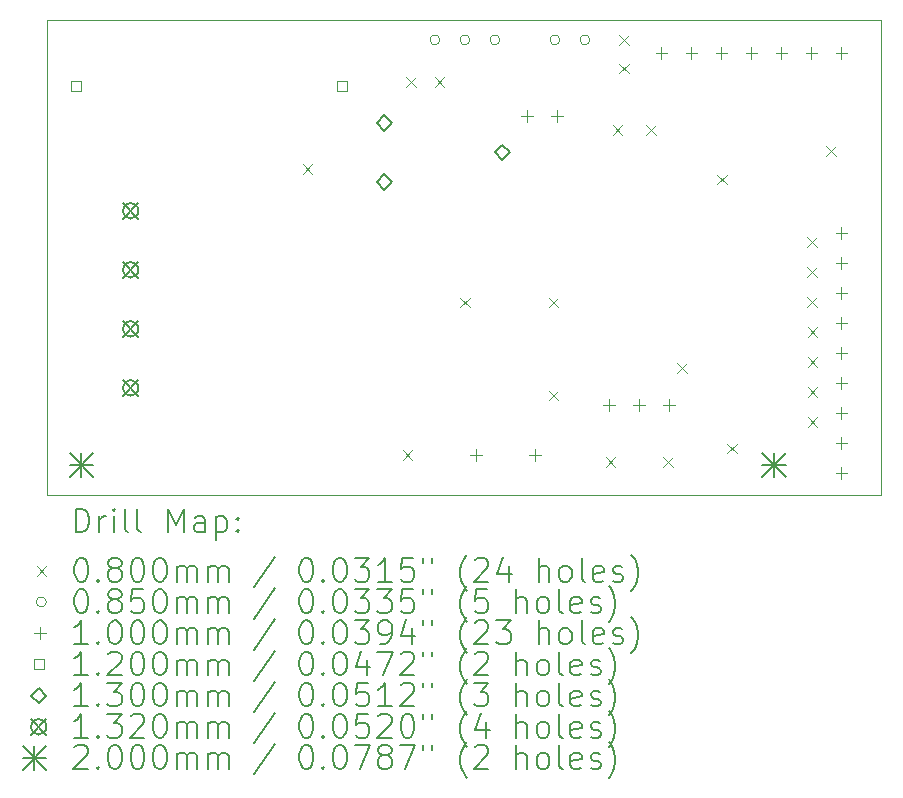
<source format=gbr>
%TF.GenerationSoftware,KiCad,Pcbnew,7.0.1*%
%TF.CreationDate,2023-03-19T11:48:03+01:00*%
%TF.ProjectId,breakout-board-power-measurement,62726561-6b6f-4757-942d-626f6172642d,rev?*%
%TF.SameCoordinates,Original*%
%TF.FileFunction,Drillmap*%
%TF.FilePolarity,Positive*%
%FSLAX45Y45*%
G04 Gerber Fmt 4.5, Leading zero omitted, Abs format (unit mm)*
G04 Created by KiCad (PCBNEW 7.0.1) date 2023-03-19 11:48:03*
%MOMM*%
%LPD*%
G01*
G04 APERTURE LIST*
%ADD10C,0.100000*%
%ADD11C,0.200000*%
%ADD12C,0.080000*%
%ADD13C,0.085000*%
%ADD14C,0.120000*%
%ADD15C,0.130000*%
%ADD16C,0.132000*%
G04 APERTURE END LIST*
D10*
X11840000Y-11260000D02*
X18900000Y-11260000D01*
X18900000Y-15280000D01*
X11840000Y-15280000D01*
X11840000Y-11260000D01*
D11*
D12*
X14006200Y-12482200D02*
X14086200Y-12562200D01*
X14086200Y-12482200D02*
X14006200Y-12562200D01*
X14855000Y-14905000D02*
X14935000Y-14985000D01*
X14935000Y-14905000D02*
X14855000Y-14985000D01*
X14882500Y-11745000D02*
X14962500Y-11825000D01*
X14962500Y-11745000D02*
X14882500Y-11825000D01*
X15122500Y-11745000D02*
X15202500Y-11825000D01*
X15202500Y-11745000D02*
X15122500Y-11825000D01*
X15339700Y-13612500D02*
X15419700Y-13692500D01*
X15419700Y-13612500D02*
X15339700Y-13692500D01*
X16087500Y-13612500D02*
X16167500Y-13692500D01*
X16167500Y-13612500D02*
X16087500Y-13692500D01*
X16089000Y-14402440D02*
X16169000Y-14482440D01*
X16169000Y-14402440D02*
X16089000Y-14482440D01*
X16571600Y-14962570D02*
X16651600Y-15042570D01*
X16651600Y-14962570D02*
X16571600Y-15042570D01*
X16632500Y-12152500D02*
X16712500Y-12232500D01*
X16712500Y-12152500D02*
X16632500Y-12232500D01*
X16685900Y-11390000D02*
X16765900Y-11470000D01*
X16765900Y-11390000D02*
X16685900Y-11470000D01*
X16685900Y-11631300D02*
X16765900Y-11711300D01*
X16765900Y-11631300D02*
X16685900Y-11711300D01*
X16914500Y-12152500D02*
X16994500Y-12232500D01*
X16994500Y-12152500D02*
X16914500Y-12232500D01*
X17059600Y-14962570D02*
X17139600Y-15042570D01*
X17139600Y-14962570D02*
X17059600Y-15042570D01*
X17178660Y-14168760D02*
X17258660Y-14248760D01*
X17258660Y-14168760D02*
X17178660Y-14248760D01*
X17516480Y-12573640D02*
X17596480Y-12653640D01*
X17596480Y-12573640D02*
X17516480Y-12653640D01*
X17600300Y-14849480D02*
X17680300Y-14929480D01*
X17680300Y-14849480D02*
X17600300Y-14929480D01*
X18278480Y-13099420D02*
X18358480Y-13179420D01*
X18358480Y-13099420D02*
X18278480Y-13179420D01*
X18278480Y-13353420D02*
X18358480Y-13433420D01*
X18358480Y-13353420D02*
X18278480Y-13433420D01*
X18278480Y-13609960D02*
X18358480Y-13689960D01*
X18358480Y-13609960D02*
X18278480Y-13689960D01*
X18281020Y-13863960D02*
X18361020Y-13943960D01*
X18361020Y-13863960D02*
X18281020Y-13943960D01*
X18281020Y-14115420D02*
X18361020Y-14195420D01*
X18361020Y-14115420D02*
X18281020Y-14195420D01*
X18281020Y-14369420D02*
X18361020Y-14449420D01*
X18361020Y-14369420D02*
X18281020Y-14449420D01*
X18281020Y-14623420D02*
X18361020Y-14703420D01*
X18361020Y-14623420D02*
X18281020Y-14703420D01*
X18438500Y-12329800D02*
X18518500Y-12409800D01*
X18518500Y-12329800D02*
X18438500Y-12409800D01*
D13*
X15168200Y-11430000D02*
G75*
G03*
X15168200Y-11430000I-42500J0D01*
G01*
X15422200Y-11430000D02*
G75*
G03*
X15422200Y-11430000I-42500J0D01*
G01*
X15676200Y-11430000D02*
G75*
G03*
X15676200Y-11430000I-42500J0D01*
G01*
X16184200Y-11430000D02*
G75*
G03*
X16184200Y-11430000I-42500J0D01*
G01*
X16438200Y-11430000D02*
G75*
G03*
X16438200Y-11430000I-42500J0D01*
G01*
D10*
X15473232Y-14895000D02*
X15473232Y-14995000D01*
X15423232Y-14945000D02*
X15523232Y-14945000D01*
X15902400Y-12025200D02*
X15902400Y-12125200D01*
X15852400Y-12075200D02*
X15952400Y-12075200D01*
X15973232Y-14895000D02*
X15973232Y-14995000D01*
X15923232Y-14945000D02*
X16023232Y-14945000D01*
X16156400Y-12025200D02*
X16156400Y-12125200D01*
X16106400Y-12075200D02*
X16206400Y-12075200D01*
X16601440Y-14473720D02*
X16601440Y-14573720D01*
X16551440Y-14523720D02*
X16651440Y-14523720D01*
X16855440Y-14473720D02*
X16855440Y-14573720D01*
X16805440Y-14523720D02*
X16905440Y-14523720D01*
X17043400Y-11494300D02*
X17043400Y-11594300D01*
X16993400Y-11544300D02*
X17093400Y-11544300D01*
X17109440Y-14473720D02*
X17109440Y-14573720D01*
X17059440Y-14523720D02*
X17159440Y-14523720D01*
X17297400Y-11494300D02*
X17297400Y-11594300D01*
X17247400Y-11544300D02*
X17347400Y-11544300D01*
X17551400Y-11494300D02*
X17551400Y-11594300D01*
X17501400Y-11544300D02*
X17601400Y-11544300D01*
X17805400Y-11494300D02*
X17805400Y-11594300D01*
X17755400Y-11544300D02*
X17855400Y-11544300D01*
X18059400Y-11494300D02*
X18059400Y-11594300D01*
X18009400Y-11544300D02*
X18109400Y-11544300D01*
X18313400Y-11494300D02*
X18313400Y-11594300D01*
X18263400Y-11544300D02*
X18363400Y-11544300D01*
X18567400Y-11494300D02*
X18567400Y-11594300D01*
X18517400Y-11544300D02*
X18617400Y-11544300D01*
X18567400Y-13018300D02*
X18567400Y-13118300D01*
X18517400Y-13068300D02*
X18617400Y-13068300D01*
X18567400Y-13272300D02*
X18567400Y-13372300D01*
X18517400Y-13322300D02*
X18617400Y-13322300D01*
X18567400Y-13526300D02*
X18567400Y-13626300D01*
X18517400Y-13576300D02*
X18617400Y-13576300D01*
X18567400Y-13780300D02*
X18567400Y-13880300D01*
X18517400Y-13830300D02*
X18617400Y-13830300D01*
X18567400Y-14034300D02*
X18567400Y-14134300D01*
X18517400Y-14084300D02*
X18617400Y-14084300D01*
X18567400Y-14288300D02*
X18567400Y-14388300D01*
X18517400Y-14338300D02*
X18617400Y-14338300D01*
X18567400Y-14542300D02*
X18567400Y-14642300D01*
X18517400Y-14592300D02*
X18617400Y-14592300D01*
X18567400Y-14796300D02*
X18567400Y-14896300D01*
X18517400Y-14846300D02*
X18617400Y-14846300D01*
X18567400Y-15050300D02*
X18567400Y-15150300D01*
X18517400Y-15100300D02*
X18617400Y-15100300D01*
D14*
X12132827Y-11866127D02*
X12132827Y-11781273D01*
X12047973Y-11781273D01*
X12047973Y-11866127D01*
X12132827Y-11866127D01*
X14382827Y-11866127D02*
X14382827Y-11781273D01*
X14297973Y-11781273D01*
X14297973Y-11866127D01*
X14382827Y-11866127D01*
D15*
X14697200Y-12197460D02*
X14762200Y-12132460D01*
X14697200Y-12067460D01*
X14632200Y-12132460D01*
X14697200Y-12197460D01*
X14697200Y-12697460D02*
X14762200Y-12632460D01*
X14697200Y-12567460D01*
X14632200Y-12632460D01*
X14697200Y-12697460D01*
X15697200Y-12447460D02*
X15762200Y-12382460D01*
X15697200Y-12317460D01*
X15632200Y-12382460D01*
X15697200Y-12447460D01*
D16*
X12481600Y-12810400D02*
X12613600Y-12942400D01*
X12613600Y-12810400D02*
X12481600Y-12942400D01*
X12613600Y-12876400D02*
G75*
G03*
X12613600Y-12876400I-66000J0D01*
G01*
X12481600Y-13310400D02*
X12613600Y-13442400D01*
X12613600Y-13310400D02*
X12481600Y-13442400D01*
X12613600Y-13376400D02*
G75*
G03*
X12613600Y-13376400I-66000J0D01*
G01*
X12481600Y-13810400D02*
X12613600Y-13942400D01*
X12613600Y-13810400D02*
X12481600Y-13942400D01*
X12613600Y-13876400D02*
G75*
G03*
X12613600Y-13876400I-66000J0D01*
G01*
X12481600Y-14310400D02*
X12613600Y-14442400D01*
X12613600Y-14310400D02*
X12481600Y-14442400D01*
X12613600Y-14376400D02*
G75*
G03*
X12613600Y-14376400I-66000J0D01*
G01*
D11*
X12032500Y-14930000D02*
X12232500Y-15130000D01*
X12232500Y-14930000D02*
X12032500Y-15130000D01*
X12132500Y-14930000D02*
X12132500Y-15130000D01*
X12032500Y-15030000D02*
X12232500Y-15030000D01*
X17895000Y-14930000D02*
X18095000Y-15130000D01*
X18095000Y-14930000D02*
X17895000Y-15130000D01*
X17995000Y-14930000D02*
X17995000Y-15130000D01*
X17895000Y-15030000D02*
X18095000Y-15030000D01*
X12082619Y-15597524D02*
X12082619Y-15397524D01*
X12082619Y-15397524D02*
X12130238Y-15397524D01*
X12130238Y-15397524D02*
X12158809Y-15407048D01*
X12158809Y-15407048D02*
X12177857Y-15426095D01*
X12177857Y-15426095D02*
X12187381Y-15445143D01*
X12187381Y-15445143D02*
X12196905Y-15483238D01*
X12196905Y-15483238D02*
X12196905Y-15511809D01*
X12196905Y-15511809D02*
X12187381Y-15549905D01*
X12187381Y-15549905D02*
X12177857Y-15568952D01*
X12177857Y-15568952D02*
X12158809Y-15588000D01*
X12158809Y-15588000D02*
X12130238Y-15597524D01*
X12130238Y-15597524D02*
X12082619Y-15597524D01*
X12282619Y-15597524D02*
X12282619Y-15464190D01*
X12282619Y-15502286D02*
X12292143Y-15483238D01*
X12292143Y-15483238D02*
X12301667Y-15473714D01*
X12301667Y-15473714D02*
X12320714Y-15464190D01*
X12320714Y-15464190D02*
X12339762Y-15464190D01*
X12406428Y-15597524D02*
X12406428Y-15464190D01*
X12406428Y-15397524D02*
X12396905Y-15407048D01*
X12396905Y-15407048D02*
X12406428Y-15416571D01*
X12406428Y-15416571D02*
X12415952Y-15407048D01*
X12415952Y-15407048D02*
X12406428Y-15397524D01*
X12406428Y-15397524D02*
X12406428Y-15416571D01*
X12530238Y-15597524D02*
X12511190Y-15588000D01*
X12511190Y-15588000D02*
X12501667Y-15568952D01*
X12501667Y-15568952D02*
X12501667Y-15397524D01*
X12635000Y-15597524D02*
X12615952Y-15588000D01*
X12615952Y-15588000D02*
X12606428Y-15568952D01*
X12606428Y-15568952D02*
X12606428Y-15397524D01*
X12863571Y-15597524D02*
X12863571Y-15397524D01*
X12863571Y-15397524D02*
X12930238Y-15540381D01*
X12930238Y-15540381D02*
X12996905Y-15397524D01*
X12996905Y-15397524D02*
X12996905Y-15597524D01*
X13177857Y-15597524D02*
X13177857Y-15492762D01*
X13177857Y-15492762D02*
X13168333Y-15473714D01*
X13168333Y-15473714D02*
X13149286Y-15464190D01*
X13149286Y-15464190D02*
X13111190Y-15464190D01*
X13111190Y-15464190D02*
X13092143Y-15473714D01*
X13177857Y-15588000D02*
X13158809Y-15597524D01*
X13158809Y-15597524D02*
X13111190Y-15597524D01*
X13111190Y-15597524D02*
X13092143Y-15588000D01*
X13092143Y-15588000D02*
X13082619Y-15568952D01*
X13082619Y-15568952D02*
X13082619Y-15549905D01*
X13082619Y-15549905D02*
X13092143Y-15530857D01*
X13092143Y-15530857D02*
X13111190Y-15521333D01*
X13111190Y-15521333D02*
X13158809Y-15521333D01*
X13158809Y-15521333D02*
X13177857Y-15511809D01*
X13273095Y-15464190D02*
X13273095Y-15664190D01*
X13273095Y-15473714D02*
X13292143Y-15464190D01*
X13292143Y-15464190D02*
X13330238Y-15464190D01*
X13330238Y-15464190D02*
X13349286Y-15473714D01*
X13349286Y-15473714D02*
X13358809Y-15483238D01*
X13358809Y-15483238D02*
X13368333Y-15502286D01*
X13368333Y-15502286D02*
X13368333Y-15559428D01*
X13368333Y-15559428D02*
X13358809Y-15578476D01*
X13358809Y-15578476D02*
X13349286Y-15588000D01*
X13349286Y-15588000D02*
X13330238Y-15597524D01*
X13330238Y-15597524D02*
X13292143Y-15597524D01*
X13292143Y-15597524D02*
X13273095Y-15588000D01*
X13454048Y-15578476D02*
X13463571Y-15588000D01*
X13463571Y-15588000D02*
X13454048Y-15597524D01*
X13454048Y-15597524D02*
X13444524Y-15588000D01*
X13444524Y-15588000D02*
X13454048Y-15578476D01*
X13454048Y-15578476D02*
X13454048Y-15597524D01*
X13454048Y-15473714D02*
X13463571Y-15483238D01*
X13463571Y-15483238D02*
X13454048Y-15492762D01*
X13454048Y-15492762D02*
X13444524Y-15483238D01*
X13444524Y-15483238D02*
X13454048Y-15473714D01*
X13454048Y-15473714D02*
X13454048Y-15492762D01*
D12*
X11755000Y-15885000D02*
X11835000Y-15965000D01*
X11835000Y-15885000D02*
X11755000Y-15965000D01*
D11*
X12120714Y-15817524D02*
X12139762Y-15817524D01*
X12139762Y-15817524D02*
X12158809Y-15827048D01*
X12158809Y-15827048D02*
X12168333Y-15836571D01*
X12168333Y-15836571D02*
X12177857Y-15855619D01*
X12177857Y-15855619D02*
X12187381Y-15893714D01*
X12187381Y-15893714D02*
X12187381Y-15941333D01*
X12187381Y-15941333D02*
X12177857Y-15979428D01*
X12177857Y-15979428D02*
X12168333Y-15998476D01*
X12168333Y-15998476D02*
X12158809Y-16008000D01*
X12158809Y-16008000D02*
X12139762Y-16017524D01*
X12139762Y-16017524D02*
X12120714Y-16017524D01*
X12120714Y-16017524D02*
X12101667Y-16008000D01*
X12101667Y-16008000D02*
X12092143Y-15998476D01*
X12092143Y-15998476D02*
X12082619Y-15979428D01*
X12082619Y-15979428D02*
X12073095Y-15941333D01*
X12073095Y-15941333D02*
X12073095Y-15893714D01*
X12073095Y-15893714D02*
X12082619Y-15855619D01*
X12082619Y-15855619D02*
X12092143Y-15836571D01*
X12092143Y-15836571D02*
X12101667Y-15827048D01*
X12101667Y-15827048D02*
X12120714Y-15817524D01*
X12273095Y-15998476D02*
X12282619Y-16008000D01*
X12282619Y-16008000D02*
X12273095Y-16017524D01*
X12273095Y-16017524D02*
X12263571Y-16008000D01*
X12263571Y-16008000D02*
X12273095Y-15998476D01*
X12273095Y-15998476D02*
X12273095Y-16017524D01*
X12396905Y-15903238D02*
X12377857Y-15893714D01*
X12377857Y-15893714D02*
X12368333Y-15884190D01*
X12368333Y-15884190D02*
X12358809Y-15865143D01*
X12358809Y-15865143D02*
X12358809Y-15855619D01*
X12358809Y-15855619D02*
X12368333Y-15836571D01*
X12368333Y-15836571D02*
X12377857Y-15827048D01*
X12377857Y-15827048D02*
X12396905Y-15817524D01*
X12396905Y-15817524D02*
X12435000Y-15817524D01*
X12435000Y-15817524D02*
X12454048Y-15827048D01*
X12454048Y-15827048D02*
X12463571Y-15836571D01*
X12463571Y-15836571D02*
X12473095Y-15855619D01*
X12473095Y-15855619D02*
X12473095Y-15865143D01*
X12473095Y-15865143D02*
X12463571Y-15884190D01*
X12463571Y-15884190D02*
X12454048Y-15893714D01*
X12454048Y-15893714D02*
X12435000Y-15903238D01*
X12435000Y-15903238D02*
X12396905Y-15903238D01*
X12396905Y-15903238D02*
X12377857Y-15912762D01*
X12377857Y-15912762D02*
X12368333Y-15922286D01*
X12368333Y-15922286D02*
X12358809Y-15941333D01*
X12358809Y-15941333D02*
X12358809Y-15979428D01*
X12358809Y-15979428D02*
X12368333Y-15998476D01*
X12368333Y-15998476D02*
X12377857Y-16008000D01*
X12377857Y-16008000D02*
X12396905Y-16017524D01*
X12396905Y-16017524D02*
X12435000Y-16017524D01*
X12435000Y-16017524D02*
X12454048Y-16008000D01*
X12454048Y-16008000D02*
X12463571Y-15998476D01*
X12463571Y-15998476D02*
X12473095Y-15979428D01*
X12473095Y-15979428D02*
X12473095Y-15941333D01*
X12473095Y-15941333D02*
X12463571Y-15922286D01*
X12463571Y-15922286D02*
X12454048Y-15912762D01*
X12454048Y-15912762D02*
X12435000Y-15903238D01*
X12596905Y-15817524D02*
X12615952Y-15817524D01*
X12615952Y-15817524D02*
X12635000Y-15827048D01*
X12635000Y-15827048D02*
X12644524Y-15836571D01*
X12644524Y-15836571D02*
X12654048Y-15855619D01*
X12654048Y-15855619D02*
X12663571Y-15893714D01*
X12663571Y-15893714D02*
X12663571Y-15941333D01*
X12663571Y-15941333D02*
X12654048Y-15979428D01*
X12654048Y-15979428D02*
X12644524Y-15998476D01*
X12644524Y-15998476D02*
X12635000Y-16008000D01*
X12635000Y-16008000D02*
X12615952Y-16017524D01*
X12615952Y-16017524D02*
X12596905Y-16017524D01*
X12596905Y-16017524D02*
X12577857Y-16008000D01*
X12577857Y-16008000D02*
X12568333Y-15998476D01*
X12568333Y-15998476D02*
X12558809Y-15979428D01*
X12558809Y-15979428D02*
X12549286Y-15941333D01*
X12549286Y-15941333D02*
X12549286Y-15893714D01*
X12549286Y-15893714D02*
X12558809Y-15855619D01*
X12558809Y-15855619D02*
X12568333Y-15836571D01*
X12568333Y-15836571D02*
X12577857Y-15827048D01*
X12577857Y-15827048D02*
X12596905Y-15817524D01*
X12787381Y-15817524D02*
X12806429Y-15817524D01*
X12806429Y-15817524D02*
X12825476Y-15827048D01*
X12825476Y-15827048D02*
X12835000Y-15836571D01*
X12835000Y-15836571D02*
X12844524Y-15855619D01*
X12844524Y-15855619D02*
X12854048Y-15893714D01*
X12854048Y-15893714D02*
X12854048Y-15941333D01*
X12854048Y-15941333D02*
X12844524Y-15979428D01*
X12844524Y-15979428D02*
X12835000Y-15998476D01*
X12835000Y-15998476D02*
X12825476Y-16008000D01*
X12825476Y-16008000D02*
X12806429Y-16017524D01*
X12806429Y-16017524D02*
X12787381Y-16017524D01*
X12787381Y-16017524D02*
X12768333Y-16008000D01*
X12768333Y-16008000D02*
X12758809Y-15998476D01*
X12758809Y-15998476D02*
X12749286Y-15979428D01*
X12749286Y-15979428D02*
X12739762Y-15941333D01*
X12739762Y-15941333D02*
X12739762Y-15893714D01*
X12739762Y-15893714D02*
X12749286Y-15855619D01*
X12749286Y-15855619D02*
X12758809Y-15836571D01*
X12758809Y-15836571D02*
X12768333Y-15827048D01*
X12768333Y-15827048D02*
X12787381Y-15817524D01*
X12939762Y-16017524D02*
X12939762Y-15884190D01*
X12939762Y-15903238D02*
X12949286Y-15893714D01*
X12949286Y-15893714D02*
X12968333Y-15884190D01*
X12968333Y-15884190D02*
X12996905Y-15884190D01*
X12996905Y-15884190D02*
X13015952Y-15893714D01*
X13015952Y-15893714D02*
X13025476Y-15912762D01*
X13025476Y-15912762D02*
X13025476Y-16017524D01*
X13025476Y-15912762D02*
X13035000Y-15893714D01*
X13035000Y-15893714D02*
X13054048Y-15884190D01*
X13054048Y-15884190D02*
X13082619Y-15884190D01*
X13082619Y-15884190D02*
X13101667Y-15893714D01*
X13101667Y-15893714D02*
X13111190Y-15912762D01*
X13111190Y-15912762D02*
X13111190Y-16017524D01*
X13206429Y-16017524D02*
X13206429Y-15884190D01*
X13206429Y-15903238D02*
X13215952Y-15893714D01*
X13215952Y-15893714D02*
X13235000Y-15884190D01*
X13235000Y-15884190D02*
X13263571Y-15884190D01*
X13263571Y-15884190D02*
X13282619Y-15893714D01*
X13282619Y-15893714D02*
X13292143Y-15912762D01*
X13292143Y-15912762D02*
X13292143Y-16017524D01*
X13292143Y-15912762D02*
X13301667Y-15893714D01*
X13301667Y-15893714D02*
X13320714Y-15884190D01*
X13320714Y-15884190D02*
X13349286Y-15884190D01*
X13349286Y-15884190D02*
X13368333Y-15893714D01*
X13368333Y-15893714D02*
X13377857Y-15912762D01*
X13377857Y-15912762D02*
X13377857Y-16017524D01*
X13768333Y-15808000D02*
X13596905Y-16065143D01*
X14025476Y-15817524D02*
X14044524Y-15817524D01*
X14044524Y-15817524D02*
X14063572Y-15827048D01*
X14063572Y-15827048D02*
X14073095Y-15836571D01*
X14073095Y-15836571D02*
X14082619Y-15855619D01*
X14082619Y-15855619D02*
X14092143Y-15893714D01*
X14092143Y-15893714D02*
X14092143Y-15941333D01*
X14092143Y-15941333D02*
X14082619Y-15979428D01*
X14082619Y-15979428D02*
X14073095Y-15998476D01*
X14073095Y-15998476D02*
X14063572Y-16008000D01*
X14063572Y-16008000D02*
X14044524Y-16017524D01*
X14044524Y-16017524D02*
X14025476Y-16017524D01*
X14025476Y-16017524D02*
X14006429Y-16008000D01*
X14006429Y-16008000D02*
X13996905Y-15998476D01*
X13996905Y-15998476D02*
X13987381Y-15979428D01*
X13987381Y-15979428D02*
X13977857Y-15941333D01*
X13977857Y-15941333D02*
X13977857Y-15893714D01*
X13977857Y-15893714D02*
X13987381Y-15855619D01*
X13987381Y-15855619D02*
X13996905Y-15836571D01*
X13996905Y-15836571D02*
X14006429Y-15827048D01*
X14006429Y-15827048D02*
X14025476Y-15817524D01*
X14177857Y-15998476D02*
X14187381Y-16008000D01*
X14187381Y-16008000D02*
X14177857Y-16017524D01*
X14177857Y-16017524D02*
X14168333Y-16008000D01*
X14168333Y-16008000D02*
X14177857Y-15998476D01*
X14177857Y-15998476D02*
X14177857Y-16017524D01*
X14311191Y-15817524D02*
X14330238Y-15817524D01*
X14330238Y-15817524D02*
X14349286Y-15827048D01*
X14349286Y-15827048D02*
X14358810Y-15836571D01*
X14358810Y-15836571D02*
X14368333Y-15855619D01*
X14368333Y-15855619D02*
X14377857Y-15893714D01*
X14377857Y-15893714D02*
X14377857Y-15941333D01*
X14377857Y-15941333D02*
X14368333Y-15979428D01*
X14368333Y-15979428D02*
X14358810Y-15998476D01*
X14358810Y-15998476D02*
X14349286Y-16008000D01*
X14349286Y-16008000D02*
X14330238Y-16017524D01*
X14330238Y-16017524D02*
X14311191Y-16017524D01*
X14311191Y-16017524D02*
X14292143Y-16008000D01*
X14292143Y-16008000D02*
X14282619Y-15998476D01*
X14282619Y-15998476D02*
X14273095Y-15979428D01*
X14273095Y-15979428D02*
X14263572Y-15941333D01*
X14263572Y-15941333D02*
X14263572Y-15893714D01*
X14263572Y-15893714D02*
X14273095Y-15855619D01*
X14273095Y-15855619D02*
X14282619Y-15836571D01*
X14282619Y-15836571D02*
X14292143Y-15827048D01*
X14292143Y-15827048D02*
X14311191Y-15817524D01*
X14444524Y-15817524D02*
X14568333Y-15817524D01*
X14568333Y-15817524D02*
X14501667Y-15893714D01*
X14501667Y-15893714D02*
X14530238Y-15893714D01*
X14530238Y-15893714D02*
X14549286Y-15903238D01*
X14549286Y-15903238D02*
X14558810Y-15912762D01*
X14558810Y-15912762D02*
X14568333Y-15931809D01*
X14568333Y-15931809D02*
X14568333Y-15979428D01*
X14568333Y-15979428D02*
X14558810Y-15998476D01*
X14558810Y-15998476D02*
X14549286Y-16008000D01*
X14549286Y-16008000D02*
X14530238Y-16017524D01*
X14530238Y-16017524D02*
X14473095Y-16017524D01*
X14473095Y-16017524D02*
X14454048Y-16008000D01*
X14454048Y-16008000D02*
X14444524Y-15998476D01*
X14758810Y-16017524D02*
X14644524Y-16017524D01*
X14701667Y-16017524D02*
X14701667Y-15817524D01*
X14701667Y-15817524D02*
X14682619Y-15846095D01*
X14682619Y-15846095D02*
X14663572Y-15865143D01*
X14663572Y-15865143D02*
X14644524Y-15874667D01*
X14939762Y-15817524D02*
X14844524Y-15817524D01*
X14844524Y-15817524D02*
X14835000Y-15912762D01*
X14835000Y-15912762D02*
X14844524Y-15903238D01*
X14844524Y-15903238D02*
X14863572Y-15893714D01*
X14863572Y-15893714D02*
X14911191Y-15893714D01*
X14911191Y-15893714D02*
X14930238Y-15903238D01*
X14930238Y-15903238D02*
X14939762Y-15912762D01*
X14939762Y-15912762D02*
X14949286Y-15931809D01*
X14949286Y-15931809D02*
X14949286Y-15979428D01*
X14949286Y-15979428D02*
X14939762Y-15998476D01*
X14939762Y-15998476D02*
X14930238Y-16008000D01*
X14930238Y-16008000D02*
X14911191Y-16017524D01*
X14911191Y-16017524D02*
X14863572Y-16017524D01*
X14863572Y-16017524D02*
X14844524Y-16008000D01*
X14844524Y-16008000D02*
X14835000Y-15998476D01*
X15025476Y-15817524D02*
X15025476Y-15855619D01*
X15101667Y-15817524D02*
X15101667Y-15855619D01*
X15396905Y-16093714D02*
X15387381Y-16084190D01*
X15387381Y-16084190D02*
X15368334Y-16055619D01*
X15368334Y-16055619D02*
X15358810Y-16036571D01*
X15358810Y-16036571D02*
X15349286Y-16008000D01*
X15349286Y-16008000D02*
X15339762Y-15960381D01*
X15339762Y-15960381D02*
X15339762Y-15922286D01*
X15339762Y-15922286D02*
X15349286Y-15874667D01*
X15349286Y-15874667D02*
X15358810Y-15846095D01*
X15358810Y-15846095D02*
X15368334Y-15827048D01*
X15368334Y-15827048D02*
X15387381Y-15798476D01*
X15387381Y-15798476D02*
X15396905Y-15788952D01*
X15463572Y-15836571D02*
X15473095Y-15827048D01*
X15473095Y-15827048D02*
X15492143Y-15817524D01*
X15492143Y-15817524D02*
X15539762Y-15817524D01*
X15539762Y-15817524D02*
X15558810Y-15827048D01*
X15558810Y-15827048D02*
X15568334Y-15836571D01*
X15568334Y-15836571D02*
X15577857Y-15855619D01*
X15577857Y-15855619D02*
X15577857Y-15874667D01*
X15577857Y-15874667D02*
X15568334Y-15903238D01*
X15568334Y-15903238D02*
X15454048Y-16017524D01*
X15454048Y-16017524D02*
X15577857Y-16017524D01*
X15749286Y-15884190D02*
X15749286Y-16017524D01*
X15701667Y-15808000D02*
X15654048Y-15950857D01*
X15654048Y-15950857D02*
X15777857Y-15950857D01*
X16006429Y-16017524D02*
X16006429Y-15817524D01*
X16092143Y-16017524D02*
X16092143Y-15912762D01*
X16092143Y-15912762D02*
X16082619Y-15893714D01*
X16082619Y-15893714D02*
X16063572Y-15884190D01*
X16063572Y-15884190D02*
X16035000Y-15884190D01*
X16035000Y-15884190D02*
X16015953Y-15893714D01*
X16015953Y-15893714D02*
X16006429Y-15903238D01*
X16215953Y-16017524D02*
X16196905Y-16008000D01*
X16196905Y-16008000D02*
X16187381Y-15998476D01*
X16187381Y-15998476D02*
X16177857Y-15979428D01*
X16177857Y-15979428D02*
X16177857Y-15922286D01*
X16177857Y-15922286D02*
X16187381Y-15903238D01*
X16187381Y-15903238D02*
X16196905Y-15893714D01*
X16196905Y-15893714D02*
X16215953Y-15884190D01*
X16215953Y-15884190D02*
X16244524Y-15884190D01*
X16244524Y-15884190D02*
X16263572Y-15893714D01*
X16263572Y-15893714D02*
X16273096Y-15903238D01*
X16273096Y-15903238D02*
X16282619Y-15922286D01*
X16282619Y-15922286D02*
X16282619Y-15979428D01*
X16282619Y-15979428D02*
X16273096Y-15998476D01*
X16273096Y-15998476D02*
X16263572Y-16008000D01*
X16263572Y-16008000D02*
X16244524Y-16017524D01*
X16244524Y-16017524D02*
X16215953Y-16017524D01*
X16396905Y-16017524D02*
X16377857Y-16008000D01*
X16377857Y-16008000D02*
X16368334Y-15988952D01*
X16368334Y-15988952D02*
X16368334Y-15817524D01*
X16549286Y-16008000D02*
X16530238Y-16017524D01*
X16530238Y-16017524D02*
X16492143Y-16017524D01*
X16492143Y-16017524D02*
X16473096Y-16008000D01*
X16473096Y-16008000D02*
X16463572Y-15988952D01*
X16463572Y-15988952D02*
X16463572Y-15912762D01*
X16463572Y-15912762D02*
X16473096Y-15893714D01*
X16473096Y-15893714D02*
X16492143Y-15884190D01*
X16492143Y-15884190D02*
X16530238Y-15884190D01*
X16530238Y-15884190D02*
X16549286Y-15893714D01*
X16549286Y-15893714D02*
X16558810Y-15912762D01*
X16558810Y-15912762D02*
X16558810Y-15931809D01*
X16558810Y-15931809D02*
X16463572Y-15950857D01*
X16635000Y-16008000D02*
X16654048Y-16017524D01*
X16654048Y-16017524D02*
X16692143Y-16017524D01*
X16692143Y-16017524D02*
X16711191Y-16008000D01*
X16711191Y-16008000D02*
X16720715Y-15988952D01*
X16720715Y-15988952D02*
X16720715Y-15979428D01*
X16720715Y-15979428D02*
X16711191Y-15960381D01*
X16711191Y-15960381D02*
X16692143Y-15950857D01*
X16692143Y-15950857D02*
X16663572Y-15950857D01*
X16663572Y-15950857D02*
X16644524Y-15941333D01*
X16644524Y-15941333D02*
X16635000Y-15922286D01*
X16635000Y-15922286D02*
X16635000Y-15912762D01*
X16635000Y-15912762D02*
X16644524Y-15893714D01*
X16644524Y-15893714D02*
X16663572Y-15884190D01*
X16663572Y-15884190D02*
X16692143Y-15884190D01*
X16692143Y-15884190D02*
X16711191Y-15893714D01*
X16787381Y-16093714D02*
X16796905Y-16084190D01*
X16796905Y-16084190D02*
X16815953Y-16055619D01*
X16815953Y-16055619D02*
X16825477Y-16036571D01*
X16825477Y-16036571D02*
X16835000Y-16008000D01*
X16835000Y-16008000D02*
X16844524Y-15960381D01*
X16844524Y-15960381D02*
X16844524Y-15922286D01*
X16844524Y-15922286D02*
X16835000Y-15874667D01*
X16835000Y-15874667D02*
X16825477Y-15846095D01*
X16825477Y-15846095D02*
X16815953Y-15827048D01*
X16815953Y-15827048D02*
X16796905Y-15798476D01*
X16796905Y-15798476D02*
X16787381Y-15788952D01*
D13*
X11835000Y-16189000D02*
G75*
G03*
X11835000Y-16189000I-42500J0D01*
G01*
D11*
X12120714Y-16081524D02*
X12139762Y-16081524D01*
X12139762Y-16081524D02*
X12158809Y-16091048D01*
X12158809Y-16091048D02*
X12168333Y-16100571D01*
X12168333Y-16100571D02*
X12177857Y-16119619D01*
X12177857Y-16119619D02*
X12187381Y-16157714D01*
X12187381Y-16157714D02*
X12187381Y-16205333D01*
X12187381Y-16205333D02*
X12177857Y-16243428D01*
X12177857Y-16243428D02*
X12168333Y-16262476D01*
X12168333Y-16262476D02*
X12158809Y-16272000D01*
X12158809Y-16272000D02*
X12139762Y-16281524D01*
X12139762Y-16281524D02*
X12120714Y-16281524D01*
X12120714Y-16281524D02*
X12101667Y-16272000D01*
X12101667Y-16272000D02*
X12092143Y-16262476D01*
X12092143Y-16262476D02*
X12082619Y-16243428D01*
X12082619Y-16243428D02*
X12073095Y-16205333D01*
X12073095Y-16205333D02*
X12073095Y-16157714D01*
X12073095Y-16157714D02*
X12082619Y-16119619D01*
X12082619Y-16119619D02*
X12092143Y-16100571D01*
X12092143Y-16100571D02*
X12101667Y-16091048D01*
X12101667Y-16091048D02*
X12120714Y-16081524D01*
X12273095Y-16262476D02*
X12282619Y-16272000D01*
X12282619Y-16272000D02*
X12273095Y-16281524D01*
X12273095Y-16281524D02*
X12263571Y-16272000D01*
X12263571Y-16272000D02*
X12273095Y-16262476D01*
X12273095Y-16262476D02*
X12273095Y-16281524D01*
X12396905Y-16167238D02*
X12377857Y-16157714D01*
X12377857Y-16157714D02*
X12368333Y-16148190D01*
X12368333Y-16148190D02*
X12358809Y-16129143D01*
X12358809Y-16129143D02*
X12358809Y-16119619D01*
X12358809Y-16119619D02*
X12368333Y-16100571D01*
X12368333Y-16100571D02*
X12377857Y-16091048D01*
X12377857Y-16091048D02*
X12396905Y-16081524D01*
X12396905Y-16081524D02*
X12435000Y-16081524D01*
X12435000Y-16081524D02*
X12454048Y-16091048D01*
X12454048Y-16091048D02*
X12463571Y-16100571D01*
X12463571Y-16100571D02*
X12473095Y-16119619D01*
X12473095Y-16119619D02*
X12473095Y-16129143D01*
X12473095Y-16129143D02*
X12463571Y-16148190D01*
X12463571Y-16148190D02*
X12454048Y-16157714D01*
X12454048Y-16157714D02*
X12435000Y-16167238D01*
X12435000Y-16167238D02*
X12396905Y-16167238D01*
X12396905Y-16167238D02*
X12377857Y-16176762D01*
X12377857Y-16176762D02*
X12368333Y-16186286D01*
X12368333Y-16186286D02*
X12358809Y-16205333D01*
X12358809Y-16205333D02*
X12358809Y-16243428D01*
X12358809Y-16243428D02*
X12368333Y-16262476D01*
X12368333Y-16262476D02*
X12377857Y-16272000D01*
X12377857Y-16272000D02*
X12396905Y-16281524D01*
X12396905Y-16281524D02*
X12435000Y-16281524D01*
X12435000Y-16281524D02*
X12454048Y-16272000D01*
X12454048Y-16272000D02*
X12463571Y-16262476D01*
X12463571Y-16262476D02*
X12473095Y-16243428D01*
X12473095Y-16243428D02*
X12473095Y-16205333D01*
X12473095Y-16205333D02*
X12463571Y-16186286D01*
X12463571Y-16186286D02*
X12454048Y-16176762D01*
X12454048Y-16176762D02*
X12435000Y-16167238D01*
X12654048Y-16081524D02*
X12558809Y-16081524D01*
X12558809Y-16081524D02*
X12549286Y-16176762D01*
X12549286Y-16176762D02*
X12558809Y-16167238D01*
X12558809Y-16167238D02*
X12577857Y-16157714D01*
X12577857Y-16157714D02*
X12625476Y-16157714D01*
X12625476Y-16157714D02*
X12644524Y-16167238D01*
X12644524Y-16167238D02*
X12654048Y-16176762D01*
X12654048Y-16176762D02*
X12663571Y-16195809D01*
X12663571Y-16195809D02*
X12663571Y-16243428D01*
X12663571Y-16243428D02*
X12654048Y-16262476D01*
X12654048Y-16262476D02*
X12644524Y-16272000D01*
X12644524Y-16272000D02*
X12625476Y-16281524D01*
X12625476Y-16281524D02*
X12577857Y-16281524D01*
X12577857Y-16281524D02*
X12558809Y-16272000D01*
X12558809Y-16272000D02*
X12549286Y-16262476D01*
X12787381Y-16081524D02*
X12806429Y-16081524D01*
X12806429Y-16081524D02*
X12825476Y-16091048D01*
X12825476Y-16091048D02*
X12835000Y-16100571D01*
X12835000Y-16100571D02*
X12844524Y-16119619D01*
X12844524Y-16119619D02*
X12854048Y-16157714D01*
X12854048Y-16157714D02*
X12854048Y-16205333D01*
X12854048Y-16205333D02*
X12844524Y-16243428D01*
X12844524Y-16243428D02*
X12835000Y-16262476D01*
X12835000Y-16262476D02*
X12825476Y-16272000D01*
X12825476Y-16272000D02*
X12806429Y-16281524D01*
X12806429Y-16281524D02*
X12787381Y-16281524D01*
X12787381Y-16281524D02*
X12768333Y-16272000D01*
X12768333Y-16272000D02*
X12758809Y-16262476D01*
X12758809Y-16262476D02*
X12749286Y-16243428D01*
X12749286Y-16243428D02*
X12739762Y-16205333D01*
X12739762Y-16205333D02*
X12739762Y-16157714D01*
X12739762Y-16157714D02*
X12749286Y-16119619D01*
X12749286Y-16119619D02*
X12758809Y-16100571D01*
X12758809Y-16100571D02*
X12768333Y-16091048D01*
X12768333Y-16091048D02*
X12787381Y-16081524D01*
X12939762Y-16281524D02*
X12939762Y-16148190D01*
X12939762Y-16167238D02*
X12949286Y-16157714D01*
X12949286Y-16157714D02*
X12968333Y-16148190D01*
X12968333Y-16148190D02*
X12996905Y-16148190D01*
X12996905Y-16148190D02*
X13015952Y-16157714D01*
X13015952Y-16157714D02*
X13025476Y-16176762D01*
X13025476Y-16176762D02*
X13025476Y-16281524D01*
X13025476Y-16176762D02*
X13035000Y-16157714D01*
X13035000Y-16157714D02*
X13054048Y-16148190D01*
X13054048Y-16148190D02*
X13082619Y-16148190D01*
X13082619Y-16148190D02*
X13101667Y-16157714D01*
X13101667Y-16157714D02*
X13111190Y-16176762D01*
X13111190Y-16176762D02*
X13111190Y-16281524D01*
X13206429Y-16281524D02*
X13206429Y-16148190D01*
X13206429Y-16167238D02*
X13215952Y-16157714D01*
X13215952Y-16157714D02*
X13235000Y-16148190D01*
X13235000Y-16148190D02*
X13263571Y-16148190D01*
X13263571Y-16148190D02*
X13282619Y-16157714D01*
X13282619Y-16157714D02*
X13292143Y-16176762D01*
X13292143Y-16176762D02*
X13292143Y-16281524D01*
X13292143Y-16176762D02*
X13301667Y-16157714D01*
X13301667Y-16157714D02*
X13320714Y-16148190D01*
X13320714Y-16148190D02*
X13349286Y-16148190D01*
X13349286Y-16148190D02*
X13368333Y-16157714D01*
X13368333Y-16157714D02*
X13377857Y-16176762D01*
X13377857Y-16176762D02*
X13377857Y-16281524D01*
X13768333Y-16072000D02*
X13596905Y-16329143D01*
X14025476Y-16081524D02*
X14044524Y-16081524D01*
X14044524Y-16081524D02*
X14063572Y-16091048D01*
X14063572Y-16091048D02*
X14073095Y-16100571D01*
X14073095Y-16100571D02*
X14082619Y-16119619D01*
X14082619Y-16119619D02*
X14092143Y-16157714D01*
X14092143Y-16157714D02*
X14092143Y-16205333D01*
X14092143Y-16205333D02*
X14082619Y-16243428D01*
X14082619Y-16243428D02*
X14073095Y-16262476D01*
X14073095Y-16262476D02*
X14063572Y-16272000D01*
X14063572Y-16272000D02*
X14044524Y-16281524D01*
X14044524Y-16281524D02*
X14025476Y-16281524D01*
X14025476Y-16281524D02*
X14006429Y-16272000D01*
X14006429Y-16272000D02*
X13996905Y-16262476D01*
X13996905Y-16262476D02*
X13987381Y-16243428D01*
X13987381Y-16243428D02*
X13977857Y-16205333D01*
X13977857Y-16205333D02*
X13977857Y-16157714D01*
X13977857Y-16157714D02*
X13987381Y-16119619D01*
X13987381Y-16119619D02*
X13996905Y-16100571D01*
X13996905Y-16100571D02*
X14006429Y-16091048D01*
X14006429Y-16091048D02*
X14025476Y-16081524D01*
X14177857Y-16262476D02*
X14187381Y-16272000D01*
X14187381Y-16272000D02*
X14177857Y-16281524D01*
X14177857Y-16281524D02*
X14168333Y-16272000D01*
X14168333Y-16272000D02*
X14177857Y-16262476D01*
X14177857Y-16262476D02*
X14177857Y-16281524D01*
X14311191Y-16081524D02*
X14330238Y-16081524D01*
X14330238Y-16081524D02*
X14349286Y-16091048D01*
X14349286Y-16091048D02*
X14358810Y-16100571D01*
X14358810Y-16100571D02*
X14368333Y-16119619D01*
X14368333Y-16119619D02*
X14377857Y-16157714D01*
X14377857Y-16157714D02*
X14377857Y-16205333D01*
X14377857Y-16205333D02*
X14368333Y-16243428D01*
X14368333Y-16243428D02*
X14358810Y-16262476D01*
X14358810Y-16262476D02*
X14349286Y-16272000D01*
X14349286Y-16272000D02*
X14330238Y-16281524D01*
X14330238Y-16281524D02*
X14311191Y-16281524D01*
X14311191Y-16281524D02*
X14292143Y-16272000D01*
X14292143Y-16272000D02*
X14282619Y-16262476D01*
X14282619Y-16262476D02*
X14273095Y-16243428D01*
X14273095Y-16243428D02*
X14263572Y-16205333D01*
X14263572Y-16205333D02*
X14263572Y-16157714D01*
X14263572Y-16157714D02*
X14273095Y-16119619D01*
X14273095Y-16119619D02*
X14282619Y-16100571D01*
X14282619Y-16100571D02*
X14292143Y-16091048D01*
X14292143Y-16091048D02*
X14311191Y-16081524D01*
X14444524Y-16081524D02*
X14568333Y-16081524D01*
X14568333Y-16081524D02*
X14501667Y-16157714D01*
X14501667Y-16157714D02*
X14530238Y-16157714D01*
X14530238Y-16157714D02*
X14549286Y-16167238D01*
X14549286Y-16167238D02*
X14558810Y-16176762D01*
X14558810Y-16176762D02*
X14568333Y-16195809D01*
X14568333Y-16195809D02*
X14568333Y-16243428D01*
X14568333Y-16243428D02*
X14558810Y-16262476D01*
X14558810Y-16262476D02*
X14549286Y-16272000D01*
X14549286Y-16272000D02*
X14530238Y-16281524D01*
X14530238Y-16281524D02*
X14473095Y-16281524D01*
X14473095Y-16281524D02*
X14454048Y-16272000D01*
X14454048Y-16272000D02*
X14444524Y-16262476D01*
X14635000Y-16081524D02*
X14758810Y-16081524D01*
X14758810Y-16081524D02*
X14692143Y-16157714D01*
X14692143Y-16157714D02*
X14720714Y-16157714D01*
X14720714Y-16157714D02*
X14739762Y-16167238D01*
X14739762Y-16167238D02*
X14749286Y-16176762D01*
X14749286Y-16176762D02*
X14758810Y-16195809D01*
X14758810Y-16195809D02*
X14758810Y-16243428D01*
X14758810Y-16243428D02*
X14749286Y-16262476D01*
X14749286Y-16262476D02*
X14739762Y-16272000D01*
X14739762Y-16272000D02*
X14720714Y-16281524D01*
X14720714Y-16281524D02*
X14663572Y-16281524D01*
X14663572Y-16281524D02*
X14644524Y-16272000D01*
X14644524Y-16272000D02*
X14635000Y-16262476D01*
X14939762Y-16081524D02*
X14844524Y-16081524D01*
X14844524Y-16081524D02*
X14835000Y-16176762D01*
X14835000Y-16176762D02*
X14844524Y-16167238D01*
X14844524Y-16167238D02*
X14863572Y-16157714D01*
X14863572Y-16157714D02*
X14911191Y-16157714D01*
X14911191Y-16157714D02*
X14930238Y-16167238D01*
X14930238Y-16167238D02*
X14939762Y-16176762D01*
X14939762Y-16176762D02*
X14949286Y-16195809D01*
X14949286Y-16195809D02*
X14949286Y-16243428D01*
X14949286Y-16243428D02*
X14939762Y-16262476D01*
X14939762Y-16262476D02*
X14930238Y-16272000D01*
X14930238Y-16272000D02*
X14911191Y-16281524D01*
X14911191Y-16281524D02*
X14863572Y-16281524D01*
X14863572Y-16281524D02*
X14844524Y-16272000D01*
X14844524Y-16272000D02*
X14835000Y-16262476D01*
X15025476Y-16081524D02*
X15025476Y-16119619D01*
X15101667Y-16081524D02*
X15101667Y-16119619D01*
X15396905Y-16357714D02*
X15387381Y-16348190D01*
X15387381Y-16348190D02*
X15368334Y-16319619D01*
X15368334Y-16319619D02*
X15358810Y-16300571D01*
X15358810Y-16300571D02*
X15349286Y-16272000D01*
X15349286Y-16272000D02*
X15339762Y-16224381D01*
X15339762Y-16224381D02*
X15339762Y-16186286D01*
X15339762Y-16186286D02*
X15349286Y-16138667D01*
X15349286Y-16138667D02*
X15358810Y-16110095D01*
X15358810Y-16110095D02*
X15368334Y-16091048D01*
X15368334Y-16091048D02*
X15387381Y-16062476D01*
X15387381Y-16062476D02*
X15396905Y-16052952D01*
X15568334Y-16081524D02*
X15473095Y-16081524D01*
X15473095Y-16081524D02*
X15463572Y-16176762D01*
X15463572Y-16176762D02*
X15473095Y-16167238D01*
X15473095Y-16167238D02*
X15492143Y-16157714D01*
X15492143Y-16157714D02*
X15539762Y-16157714D01*
X15539762Y-16157714D02*
X15558810Y-16167238D01*
X15558810Y-16167238D02*
X15568334Y-16176762D01*
X15568334Y-16176762D02*
X15577857Y-16195809D01*
X15577857Y-16195809D02*
X15577857Y-16243428D01*
X15577857Y-16243428D02*
X15568334Y-16262476D01*
X15568334Y-16262476D02*
X15558810Y-16272000D01*
X15558810Y-16272000D02*
X15539762Y-16281524D01*
X15539762Y-16281524D02*
X15492143Y-16281524D01*
X15492143Y-16281524D02*
X15473095Y-16272000D01*
X15473095Y-16272000D02*
X15463572Y-16262476D01*
X15815953Y-16281524D02*
X15815953Y-16081524D01*
X15901667Y-16281524D02*
X15901667Y-16176762D01*
X15901667Y-16176762D02*
X15892143Y-16157714D01*
X15892143Y-16157714D02*
X15873096Y-16148190D01*
X15873096Y-16148190D02*
X15844524Y-16148190D01*
X15844524Y-16148190D02*
X15825476Y-16157714D01*
X15825476Y-16157714D02*
X15815953Y-16167238D01*
X16025476Y-16281524D02*
X16006429Y-16272000D01*
X16006429Y-16272000D02*
X15996905Y-16262476D01*
X15996905Y-16262476D02*
X15987381Y-16243428D01*
X15987381Y-16243428D02*
X15987381Y-16186286D01*
X15987381Y-16186286D02*
X15996905Y-16167238D01*
X15996905Y-16167238D02*
X16006429Y-16157714D01*
X16006429Y-16157714D02*
X16025476Y-16148190D01*
X16025476Y-16148190D02*
X16054048Y-16148190D01*
X16054048Y-16148190D02*
X16073096Y-16157714D01*
X16073096Y-16157714D02*
X16082619Y-16167238D01*
X16082619Y-16167238D02*
X16092143Y-16186286D01*
X16092143Y-16186286D02*
X16092143Y-16243428D01*
X16092143Y-16243428D02*
X16082619Y-16262476D01*
X16082619Y-16262476D02*
X16073096Y-16272000D01*
X16073096Y-16272000D02*
X16054048Y-16281524D01*
X16054048Y-16281524D02*
X16025476Y-16281524D01*
X16206429Y-16281524D02*
X16187381Y-16272000D01*
X16187381Y-16272000D02*
X16177857Y-16252952D01*
X16177857Y-16252952D02*
X16177857Y-16081524D01*
X16358810Y-16272000D02*
X16339762Y-16281524D01*
X16339762Y-16281524D02*
X16301667Y-16281524D01*
X16301667Y-16281524D02*
X16282619Y-16272000D01*
X16282619Y-16272000D02*
X16273096Y-16252952D01*
X16273096Y-16252952D02*
X16273096Y-16176762D01*
X16273096Y-16176762D02*
X16282619Y-16157714D01*
X16282619Y-16157714D02*
X16301667Y-16148190D01*
X16301667Y-16148190D02*
X16339762Y-16148190D01*
X16339762Y-16148190D02*
X16358810Y-16157714D01*
X16358810Y-16157714D02*
X16368334Y-16176762D01*
X16368334Y-16176762D02*
X16368334Y-16195809D01*
X16368334Y-16195809D02*
X16273096Y-16214857D01*
X16444524Y-16272000D02*
X16463572Y-16281524D01*
X16463572Y-16281524D02*
X16501667Y-16281524D01*
X16501667Y-16281524D02*
X16520715Y-16272000D01*
X16520715Y-16272000D02*
X16530238Y-16252952D01*
X16530238Y-16252952D02*
X16530238Y-16243428D01*
X16530238Y-16243428D02*
X16520715Y-16224381D01*
X16520715Y-16224381D02*
X16501667Y-16214857D01*
X16501667Y-16214857D02*
X16473096Y-16214857D01*
X16473096Y-16214857D02*
X16454048Y-16205333D01*
X16454048Y-16205333D02*
X16444524Y-16186286D01*
X16444524Y-16186286D02*
X16444524Y-16176762D01*
X16444524Y-16176762D02*
X16454048Y-16157714D01*
X16454048Y-16157714D02*
X16473096Y-16148190D01*
X16473096Y-16148190D02*
X16501667Y-16148190D01*
X16501667Y-16148190D02*
X16520715Y-16157714D01*
X16596905Y-16357714D02*
X16606429Y-16348190D01*
X16606429Y-16348190D02*
X16625477Y-16319619D01*
X16625477Y-16319619D02*
X16635000Y-16300571D01*
X16635000Y-16300571D02*
X16644524Y-16272000D01*
X16644524Y-16272000D02*
X16654048Y-16224381D01*
X16654048Y-16224381D02*
X16654048Y-16186286D01*
X16654048Y-16186286D02*
X16644524Y-16138667D01*
X16644524Y-16138667D02*
X16635000Y-16110095D01*
X16635000Y-16110095D02*
X16625477Y-16091048D01*
X16625477Y-16091048D02*
X16606429Y-16062476D01*
X16606429Y-16062476D02*
X16596905Y-16052952D01*
D10*
X11785000Y-16403000D02*
X11785000Y-16503000D01*
X11735000Y-16453000D02*
X11835000Y-16453000D01*
D11*
X12187381Y-16545524D02*
X12073095Y-16545524D01*
X12130238Y-16545524D02*
X12130238Y-16345524D01*
X12130238Y-16345524D02*
X12111190Y-16374095D01*
X12111190Y-16374095D02*
X12092143Y-16393143D01*
X12092143Y-16393143D02*
X12073095Y-16402667D01*
X12273095Y-16526476D02*
X12282619Y-16536000D01*
X12282619Y-16536000D02*
X12273095Y-16545524D01*
X12273095Y-16545524D02*
X12263571Y-16536000D01*
X12263571Y-16536000D02*
X12273095Y-16526476D01*
X12273095Y-16526476D02*
X12273095Y-16545524D01*
X12406428Y-16345524D02*
X12425476Y-16345524D01*
X12425476Y-16345524D02*
X12444524Y-16355048D01*
X12444524Y-16355048D02*
X12454048Y-16364571D01*
X12454048Y-16364571D02*
X12463571Y-16383619D01*
X12463571Y-16383619D02*
X12473095Y-16421714D01*
X12473095Y-16421714D02*
X12473095Y-16469333D01*
X12473095Y-16469333D02*
X12463571Y-16507428D01*
X12463571Y-16507428D02*
X12454048Y-16526476D01*
X12454048Y-16526476D02*
X12444524Y-16536000D01*
X12444524Y-16536000D02*
X12425476Y-16545524D01*
X12425476Y-16545524D02*
X12406428Y-16545524D01*
X12406428Y-16545524D02*
X12387381Y-16536000D01*
X12387381Y-16536000D02*
X12377857Y-16526476D01*
X12377857Y-16526476D02*
X12368333Y-16507428D01*
X12368333Y-16507428D02*
X12358809Y-16469333D01*
X12358809Y-16469333D02*
X12358809Y-16421714D01*
X12358809Y-16421714D02*
X12368333Y-16383619D01*
X12368333Y-16383619D02*
X12377857Y-16364571D01*
X12377857Y-16364571D02*
X12387381Y-16355048D01*
X12387381Y-16355048D02*
X12406428Y-16345524D01*
X12596905Y-16345524D02*
X12615952Y-16345524D01*
X12615952Y-16345524D02*
X12635000Y-16355048D01*
X12635000Y-16355048D02*
X12644524Y-16364571D01*
X12644524Y-16364571D02*
X12654048Y-16383619D01*
X12654048Y-16383619D02*
X12663571Y-16421714D01*
X12663571Y-16421714D02*
X12663571Y-16469333D01*
X12663571Y-16469333D02*
X12654048Y-16507428D01*
X12654048Y-16507428D02*
X12644524Y-16526476D01*
X12644524Y-16526476D02*
X12635000Y-16536000D01*
X12635000Y-16536000D02*
X12615952Y-16545524D01*
X12615952Y-16545524D02*
X12596905Y-16545524D01*
X12596905Y-16545524D02*
X12577857Y-16536000D01*
X12577857Y-16536000D02*
X12568333Y-16526476D01*
X12568333Y-16526476D02*
X12558809Y-16507428D01*
X12558809Y-16507428D02*
X12549286Y-16469333D01*
X12549286Y-16469333D02*
X12549286Y-16421714D01*
X12549286Y-16421714D02*
X12558809Y-16383619D01*
X12558809Y-16383619D02*
X12568333Y-16364571D01*
X12568333Y-16364571D02*
X12577857Y-16355048D01*
X12577857Y-16355048D02*
X12596905Y-16345524D01*
X12787381Y-16345524D02*
X12806429Y-16345524D01*
X12806429Y-16345524D02*
X12825476Y-16355048D01*
X12825476Y-16355048D02*
X12835000Y-16364571D01*
X12835000Y-16364571D02*
X12844524Y-16383619D01*
X12844524Y-16383619D02*
X12854048Y-16421714D01*
X12854048Y-16421714D02*
X12854048Y-16469333D01*
X12854048Y-16469333D02*
X12844524Y-16507428D01*
X12844524Y-16507428D02*
X12835000Y-16526476D01*
X12835000Y-16526476D02*
X12825476Y-16536000D01*
X12825476Y-16536000D02*
X12806429Y-16545524D01*
X12806429Y-16545524D02*
X12787381Y-16545524D01*
X12787381Y-16545524D02*
X12768333Y-16536000D01*
X12768333Y-16536000D02*
X12758809Y-16526476D01*
X12758809Y-16526476D02*
X12749286Y-16507428D01*
X12749286Y-16507428D02*
X12739762Y-16469333D01*
X12739762Y-16469333D02*
X12739762Y-16421714D01*
X12739762Y-16421714D02*
X12749286Y-16383619D01*
X12749286Y-16383619D02*
X12758809Y-16364571D01*
X12758809Y-16364571D02*
X12768333Y-16355048D01*
X12768333Y-16355048D02*
X12787381Y-16345524D01*
X12939762Y-16545524D02*
X12939762Y-16412190D01*
X12939762Y-16431238D02*
X12949286Y-16421714D01*
X12949286Y-16421714D02*
X12968333Y-16412190D01*
X12968333Y-16412190D02*
X12996905Y-16412190D01*
X12996905Y-16412190D02*
X13015952Y-16421714D01*
X13015952Y-16421714D02*
X13025476Y-16440762D01*
X13025476Y-16440762D02*
X13025476Y-16545524D01*
X13025476Y-16440762D02*
X13035000Y-16421714D01*
X13035000Y-16421714D02*
X13054048Y-16412190D01*
X13054048Y-16412190D02*
X13082619Y-16412190D01*
X13082619Y-16412190D02*
X13101667Y-16421714D01*
X13101667Y-16421714D02*
X13111190Y-16440762D01*
X13111190Y-16440762D02*
X13111190Y-16545524D01*
X13206429Y-16545524D02*
X13206429Y-16412190D01*
X13206429Y-16431238D02*
X13215952Y-16421714D01*
X13215952Y-16421714D02*
X13235000Y-16412190D01*
X13235000Y-16412190D02*
X13263571Y-16412190D01*
X13263571Y-16412190D02*
X13282619Y-16421714D01*
X13282619Y-16421714D02*
X13292143Y-16440762D01*
X13292143Y-16440762D02*
X13292143Y-16545524D01*
X13292143Y-16440762D02*
X13301667Y-16421714D01*
X13301667Y-16421714D02*
X13320714Y-16412190D01*
X13320714Y-16412190D02*
X13349286Y-16412190D01*
X13349286Y-16412190D02*
X13368333Y-16421714D01*
X13368333Y-16421714D02*
X13377857Y-16440762D01*
X13377857Y-16440762D02*
X13377857Y-16545524D01*
X13768333Y-16336000D02*
X13596905Y-16593143D01*
X14025476Y-16345524D02*
X14044524Y-16345524D01*
X14044524Y-16345524D02*
X14063572Y-16355048D01*
X14063572Y-16355048D02*
X14073095Y-16364571D01*
X14073095Y-16364571D02*
X14082619Y-16383619D01*
X14082619Y-16383619D02*
X14092143Y-16421714D01*
X14092143Y-16421714D02*
X14092143Y-16469333D01*
X14092143Y-16469333D02*
X14082619Y-16507428D01*
X14082619Y-16507428D02*
X14073095Y-16526476D01*
X14073095Y-16526476D02*
X14063572Y-16536000D01*
X14063572Y-16536000D02*
X14044524Y-16545524D01*
X14044524Y-16545524D02*
X14025476Y-16545524D01*
X14025476Y-16545524D02*
X14006429Y-16536000D01*
X14006429Y-16536000D02*
X13996905Y-16526476D01*
X13996905Y-16526476D02*
X13987381Y-16507428D01*
X13987381Y-16507428D02*
X13977857Y-16469333D01*
X13977857Y-16469333D02*
X13977857Y-16421714D01*
X13977857Y-16421714D02*
X13987381Y-16383619D01*
X13987381Y-16383619D02*
X13996905Y-16364571D01*
X13996905Y-16364571D02*
X14006429Y-16355048D01*
X14006429Y-16355048D02*
X14025476Y-16345524D01*
X14177857Y-16526476D02*
X14187381Y-16536000D01*
X14187381Y-16536000D02*
X14177857Y-16545524D01*
X14177857Y-16545524D02*
X14168333Y-16536000D01*
X14168333Y-16536000D02*
X14177857Y-16526476D01*
X14177857Y-16526476D02*
X14177857Y-16545524D01*
X14311191Y-16345524D02*
X14330238Y-16345524D01*
X14330238Y-16345524D02*
X14349286Y-16355048D01*
X14349286Y-16355048D02*
X14358810Y-16364571D01*
X14358810Y-16364571D02*
X14368333Y-16383619D01*
X14368333Y-16383619D02*
X14377857Y-16421714D01*
X14377857Y-16421714D02*
X14377857Y-16469333D01*
X14377857Y-16469333D02*
X14368333Y-16507428D01*
X14368333Y-16507428D02*
X14358810Y-16526476D01*
X14358810Y-16526476D02*
X14349286Y-16536000D01*
X14349286Y-16536000D02*
X14330238Y-16545524D01*
X14330238Y-16545524D02*
X14311191Y-16545524D01*
X14311191Y-16545524D02*
X14292143Y-16536000D01*
X14292143Y-16536000D02*
X14282619Y-16526476D01*
X14282619Y-16526476D02*
X14273095Y-16507428D01*
X14273095Y-16507428D02*
X14263572Y-16469333D01*
X14263572Y-16469333D02*
X14263572Y-16421714D01*
X14263572Y-16421714D02*
X14273095Y-16383619D01*
X14273095Y-16383619D02*
X14282619Y-16364571D01*
X14282619Y-16364571D02*
X14292143Y-16355048D01*
X14292143Y-16355048D02*
X14311191Y-16345524D01*
X14444524Y-16345524D02*
X14568333Y-16345524D01*
X14568333Y-16345524D02*
X14501667Y-16421714D01*
X14501667Y-16421714D02*
X14530238Y-16421714D01*
X14530238Y-16421714D02*
X14549286Y-16431238D01*
X14549286Y-16431238D02*
X14558810Y-16440762D01*
X14558810Y-16440762D02*
X14568333Y-16459809D01*
X14568333Y-16459809D02*
X14568333Y-16507428D01*
X14568333Y-16507428D02*
X14558810Y-16526476D01*
X14558810Y-16526476D02*
X14549286Y-16536000D01*
X14549286Y-16536000D02*
X14530238Y-16545524D01*
X14530238Y-16545524D02*
X14473095Y-16545524D01*
X14473095Y-16545524D02*
X14454048Y-16536000D01*
X14454048Y-16536000D02*
X14444524Y-16526476D01*
X14663572Y-16545524D02*
X14701667Y-16545524D01*
X14701667Y-16545524D02*
X14720714Y-16536000D01*
X14720714Y-16536000D02*
X14730238Y-16526476D01*
X14730238Y-16526476D02*
X14749286Y-16497905D01*
X14749286Y-16497905D02*
X14758810Y-16459809D01*
X14758810Y-16459809D02*
X14758810Y-16383619D01*
X14758810Y-16383619D02*
X14749286Y-16364571D01*
X14749286Y-16364571D02*
X14739762Y-16355048D01*
X14739762Y-16355048D02*
X14720714Y-16345524D01*
X14720714Y-16345524D02*
X14682619Y-16345524D01*
X14682619Y-16345524D02*
X14663572Y-16355048D01*
X14663572Y-16355048D02*
X14654048Y-16364571D01*
X14654048Y-16364571D02*
X14644524Y-16383619D01*
X14644524Y-16383619D02*
X14644524Y-16431238D01*
X14644524Y-16431238D02*
X14654048Y-16450286D01*
X14654048Y-16450286D02*
X14663572Y-16459809D01*
X14663572Y-16459809D02*
X14682619Y-16469333D01*
X14682619Y-16469333D02*
X14720714Y-16469333D01*
X14720714Y-16469333D02*
X14739762Y-16459809D01*
X14739762Y-16459809D02*
X14749286Y-16450286D01*
X14749286Y-16450286D02*
X14758810Y-16431238D01*
X14930238Y-16412190D02*
X14930238Y-16545524D01*
X14882619Y-16336000D02*
X14835000Y-16478857D01*
X14835000Y-16478857D02*
X14958810Y-16478857D01*
X15025476Y-16345524D02*
X15025476Y-16383619D01*
X15101667Y-16345524D02*
X15101667Y-16383619D01*
X15396905Y-16621714D02*
X15387381Y-16612190D01*
X15387381Y-16612190D02*
X15368334Y-16583619D01*
X15368334Y-16583619D02*
X15358810Y-16564571D01*
X15358810Y-16564571D02*
X15349286Y-16536000D01*
X15349286Y-16536000D02*
X15339762Y-16488381D01*
X15339762Y-16488381D02*
X15339762Y-16450286D01*
X15339762Y-16450286D02*
X15349286Y-16402667D01*
X15349286Y-16402667D02*
X15358810Y-16374095D01*
X15358810Y-16374095D02*
X15368334Y-16355048D01*
X15368334Y-16355048D02*
X15387381Y-16326476D01*
X15387381Y-16326476D02*
X15396905Y-16316952D01*
X15463572Y-16364571D02*
X15473095Y-16355048D01*
X15473095Y-16355048D02*
X15492143Y-16345524D01*
X15492143Y-16345524D02*
X15539762Y-16345524D01*
X15539762Y-16345524D02*
X15558810Y-16355048D01*
X15558810Y-16355048D02*
X15568334Y-16364571D01*
X15568334Y-16364571D02*
X15577857Y-16383619D01*
X15577857Y-16383619D02*
X15577857Y-16402667D01*
X15577857Y-16402667D02*
X15568334Y-16431238D01*
X15568334Y-16431238D02*
X15454048Y-16545524D01*
X15454048Y-16545524D02*
X15577857Y-16545524D01*
X15644524Y-16345524D02*
X15768334Y-16345524D01*
X15768334Y-16345524D02*
X15701667Y-16421714D01*
X15701667Y-16421714D02*
X15730238Y-16421714D01*
X15730238Y-16421714D02*
X15749286Y-16431238D01*
X15749286Y-16431238D02*
X15758810Y-16440762D01*
X15758810Y-16440762D02*
X15768334Y-16459809D01*
X15768334Y-16459809D02*
X15768334Y-16507428D01*
X15768334Y-16507428D02*
X15758810Y-16526476D01*
X15758810Y-16526476D02*
X15749286Y-16536000D01*
X15749286Y-16536000D02*
X15730238Y-16545524D01*
X15730238Y-16545524D02*
X15673095Y-16545524D01*
X15673095Y-16545524D02*
X15654048Y-16536000D01*
X15654048Y-16536000D02*
X15644524Y-16526476D01*
X16006429Y-16545524D02*
X16006429Y-16345524D01*
X16092143Y-16545524D02*
X16092143Y-16440762D01*
X16092143Y-16440762D02*
X16082619Y-16421714D01*
X16082619Y-16421714D02*
X16063572Y-16412190D01*
X16063572Y-16412190D02*
X16035000Y-16412190D01*
X16035000Y-16412190D02*
X16015953Y-16421714D01*
X16015953Y-16421714D02*
X16006429Y-16431238D01*
X16215953Y-16545524D02*
X16196905Y-16536000D01*
X16196905Y-16536000D02*
X16187381Y-16526476D01*
X16187381Y-16526476D02*
X16177857Y-16507428D01*
X16177857Y-16507428D02*
X16177857Y-16450286D01*
X16177857Y-16450286D02*
X16187381Y-16431238D01*
X16187381Y-16431238D02*
X16196905Y-16421714D01*
X16196905Y-16421714D02*
X16215953Y-16412190D01*
X16215953Y-16412190D02*
X16244524Y-16412190D01*
X16244524Y-16412190D02*
X16263572Y-16421714D01*
X16263572Y-16421714D02*
X16273096Y-16431238D01*
X16273096Y-16431238D02*
X16282619Y-16450286D01*
X16282619Y-16450286D02*
X16282619Y-16507428D01*
X16282619Y-16507428D02*
X16273096Y-16526476D01*
X16273096Y-16526476D02*
X16263572Y-16536000D01*
X16263572Y-16536000D02*
X16244524Y-16545524D01*
X16244524Y-16545524D02*
X16215953Y-16545524D01*
X16396905Y-16545524D02*
X16377857Y-16536000D01*
X16377857Y-16536000D02*
X16368334Y-16516952D01*
X16368334Y-16516952D02*
X16368334Y-16345524D01*
X16549286Y-16536000D02*
X16530238Y-16545524D01*
X16530238Y-16545524D02*
X16492143Y-16545524D01*
X16492143Y-16545524D02*
X16473096Y-16536000D01*
X16473096Y-16536000D02*
X16463572Y-16516952D01*
X16463572Y-16516952D02*
X16463572Y-16440762D01*
X16463572Y-16440762D02*
X16473096Y-16421714D01*
X16473096Y-16421714D02*
X16492143Y-16412190D01*
X16492143Y-16412190D02*
X16530238Y-16412190D01*
X16530238Y-16412190D02*
X16549286Y-16421714D01*
X16549286Y-16421714D02*
X16558810Y-16440762D01*
X16558810Y-16440762D02*
X16558810Y-16459809D01*
X16558810Y-16459809D02*
X16463572Y-16478857D01*
X16635000Y-16536000D02*
X16654048Y-16545524D01*
X16654048Y-16545524D02*
X16692143Y-16545524D01*
X16692143Y-16545524D02*
X16711191Y-16536000D01*
X16711191Y-16536000D02*
X16720715Y-16516952D01*
X16720715Y-16516952D02*
X16720715Y-16507428D01*
X16720715Y-16507428D02*
X16711191Y-16488381D01*
X16711191Y-16488381D02*
X16692143Y-16478857D01*
X16692143Y-16478857D02*
X16663572Y-16478857D01*
X16663572Y-16478857D02*
X16644524Y-16469333D01*
X16644524Y-16469333D02*
X16635000Y-16450286D01*
X16635000Y-16450286D02*
X16635000Y-16440762D01*
X16635000Y-16440762D02*
X16644524Y-16421714D01*
X16644524Y-16421714D02*
X16663572Y-16412190D01*
X16663572Y-16412190D02*
X16692143Y-16412190D01*
X16692143Y-16412190D02*
X16711191Y-16421714D01*
X16787381Y-16621714D02*
X16796905Y-16612190D01*
X16796905Y-16612190D02*
X16815953Y-16583619D01*
X16815953Y-16583619D02*
X16825477Y-16564571D01*
X16825477Y-16564571D02*
X16835000Y-16536000D01*
X16835000Y-16536000D02*
X16844524Y-16488381D01*
X16844524Y-16488381D02*
X16844524Y-16450286D01*
X16844524Y-16450286D02*
X16835000Y-16402667D01*
X16835000Y-16402667D02*
X16825477Y-16374095D01*
X16825477Y-16374095D02*
X16815953Y-16355048D01*
X16815953Y-16355048D02*
X16796905Y-16326476D01*
X16796905Y-16326476D02*
X16787381Y-16316952D01*
D14*
X11817427Y-16759427D02*
X11817427Y-16674573D01*
X11732573Y-16674573D01*
X11732573Y-16759427D01*
X11817427Y-16759427D01*
D11*
X12187381Y-16809524D02*
X12073095Y-16809524D01*
X12130238Y-16809524D02*
X12130238Y-16609524D01*
X12130238Y-16609524D02*
X12111190Y-16638095D01*
X12111190Y-16638095D02*
X12092143Y-16657143D01*
X12092143Y-16657143D02*
X12073095Y-16666667D01*
X12273095Y-16790476D02*
X12282619Y-16800000D01*
X12282619Y-16800000D02*
X12273095Y-16809524D01*
X12273095Y-16809524D02*
X12263571Y-16800000D01*
X12263571Y-16800000D02*
X12273095Y-16790476D01*
X12273095Y-16790476D02*
X12273095Y-16809524D01*
X12358809Y-16628571D02*
X12368333Y-16619048D01*
X12368333Y-16619048D02*
X12387381Y-16609524D01*
X12387381Y-16609524D02*
X12435000Y-16609524D01*
X12435000Y-16609524D02*
X12454048Y-16619048D01*
X12454048Y-16619048D02*
X12463571Y-16628571D01*
X12463571Y-16628571D02*
X12473095Y-16647619D01*
X12473095Y-16647619D02*
X12473095Y-16666667D01*
X12473095Y-16666667D02*
X12463571Y-16695238D01*
X12463571Y-16695238D02*
X12349286Y-16809524D01*
X12349286Y-16809524D02*
X12473095Y-16809524D01*
X12596905Y-16609524D02*
X12615952Y-16609524D01*
X12615952Y-16609524D02*
X12635000Y-16619048D01*
X12635000Y-16619048D02*
X12644524Y-16628571D01*
X12644524Y-16628571D02*
X12654048Y-16647619D01*
X12654048Y-16647619D02*
X12663571Y-16685714D01*
X12663571Y-16685714D02*
X12663571Y-16733333D01*
X12663571Y-16733333D02*
X12654048Y-16771428D01*
X12654048Y-16771428D02*
X12644524Y-16790476D01*
X12644524Y-16790476D02*
X12635000Y-16800000D01*
X12635000Y-16800000D02*
X12615952Y-16809524D01*
X12615952Y-16809524D02*
X12596905Y-16809524D01*
X12596905Y-16809524D02*
X12577857Y-16800000D01*
X12577857Y-16800000D02*
X12568333Y-16790476D01*
X12568333Y-16790476D02*
X12558809Y-16771428D01*
X12558809Y-16771428D02*
X12549286Y-16733333D01*
X12549286Y-16733333D02*
X12549286Y-16685714D01*
X12549286Y-16685714D02*
X12558809Y-16647619D01*
X12558809Y-16647619D02*
X12568333Y-16628571D01*
X12568333Y-16628571D02*
X12577857Y-16619048D01*
X12577857Y-16619048D02*
X12596905Y-16609524D01*
X12787381Y-16609524D02*
X12806429Y-16609524D01*
X12806429Y-16609524D02*
X12825476Y-16619048D01*
X12825476Y-16619048D02*
X12835000Y-16628571D01*
X12835000Y-16628571D02*
X12844524Y-16647619D01*
X12844524Y-16647619D02*
X12854048Y-16685714D01*
X12854048Y-16685714D02*
X12854048Y-16733333D01*
X12854048Y-16733333D02*
X12844524Y-16771428D01*
X12844524Y-16771428D02*
X12835000Y-16790476D01*
X12835000Y-16790476D02*
X12825476Y-16800000D01*
X12825476Y-16800000D02*
X12806429Y-16809524D01*
X12806429Y-16809524D02*
X12787381Y-16809524D01*
X12787381Y-16809524D02*
X12768333Y-16800000D01*
X12768333Y-16800000D02*
X12758809Y-16790476D01*
X12758809Y-16790476D02*
X12749286Y-16771428D01*
X12749286Y-16771428D02*
X12739762Y-16733333D01*
X12739762Y-16733333D02*
X12739762Y-16685714D01*
X12739762Y-16685714D02*
X12749286Y-16647619D01*
X12749286Y-16647619D02*
X12758809Y-16628571D01*
X12758809Y-16628571D02*
X12768333Y-16619048D01*
X12768333Y-16619048D02*
X12787381Y-16609524D01*
X12939762Y-16809524D02*
X12939762Y-16676190D01*
X12939762Y-16695238D02*
X12949286Y-16685714D01*
X12949286Y-16685714D02*
X12968333Y-16676190D01*
X12968333Y-16676190D02*
X12996905Y-16676190D01*
X12996905Y-16676190D02*
X13015952Y-16685714D01*
X13015952Y-16685714D02*
X13025476Y-16704762D01*
X13025476Y-16704762D02*
X13025476Y-16809524D01*
X13025476Y-16704762D02*
X13035000Y-16685714D01*
X13035000Y-16685714D02*
X13054048Y-16676190D01*
X13054048Y-16676190D02*
X13082619Y-16676190D01*
X13082619Y-16676190D02*
X13101667Y-16685714D01*
X13101667Y-16685714D02*
X13111190Y-16704762D01*
X13111190Y-16704762D02*
X13111190Y-16809524D01*
X13206429Y-16809524D02*
X13206429Y-16676190D01*
X13206429Y-16695238D02*
X13215952Y-16685714D01*
X13215952Y-16685714D02*
X13235000Y-16676190D01*
X13235000Y-16676190D02*
X13263571Y-16676190D01*
X13263571Y-16676190D02*
X13282619Y-16685714D01*
X13282619Y-16685714D02*
X13292143Y-16704762D01*
X13292143Y-16704762D02*
X13292143Y-16809524D01*
X13292143Y-16704762D02*
X13301667Y-16685714D01*
X13301667Y-16685714D02*
X13320714Y-16676190D01*
X13320714Y-16676190D02*
X13349286Y-16676190D01*
X13349286Y-16676190D02*
X13368333Y-16685714D01*
X13368333Y-16685714D02*
X13377857Y-16704762D01*
X13377857Y-16704762D02*
X13377857Y-16809524D01*
X13768333Y-16600000D02*
X13596905Y-16857143D01*
X14025476Y-16609524D02*
X14044524Y-16609524D01*
X14044524Y-16609524D02*
X14063572Y-16619048D01*
X14063572Y-16619048D02*
X14073095Y-16628571D01*
X14073095Y-16628571D02*
X14082619Y-16647619D01*
X14082619Y-16647619D02*
X14092143Y-16685714D01*
X14092143Y-16685714D02*
X14092143Y-16733333D01*
X14092143Y-16733333D02*
X14082619Y-16771428D01*
X14082619Y-16771428D02*
X14073095Y-16790476D01*
X14073095Y-16790476D02*
X14063572Y-16800000D01*
X14063572Y-16800000D02*
X14044524Y-16809524D01*
X14044524Y-16809524D02*
X14025476Y-16809524D01*
X14025476Y-16809524D02*
X14006429Y-16800000D01*
X14006429Y-16800000D02*
X13996905Y-16790476D01*
X13996905Y-16790476D02*
X13987381Y-16771428D01*
X13987381Y-16771428D02*
X13977857Y-16733333D01*
X13977857Y-16733333D02*
X13977857Y-16685714D01*
X13977857Y-16685714D02*
X13987381Y-16647619D01*
X13987381Y-16647619D02*
X13996905Y-16628571D01*
X13996905Y-16628571D02*
X14006429Y-16619048D01*
X14006429Y-16619048D02*
X14025476Y-16609524D01*
X14177857Y-16790476D02*
X14187381Y-16800000D01*
X14187381Y-16800000D02*
X14177857Y-16809524D01*
X14177857Y-16809524D02*
X14168333Y-16800000D01*
X14168333Y-16800000D02*
X14177857Y-16790476D01*
X14177857Y-16790476D02*
X14177857Y-16809524D01*
X14311191Y-16609524D02*
X14330238Y-16609524D01*
X14330238Y-16609524D02*
X14349286Y-16619048D01*
X14349286Y-16619048D02*
X14358810Y-16628571D01*
X14358810Y-16628571D02*
X14368333Y-16647619D01*
X14368333Y-16647619D02*
X14377857Y-16685714D01*
X14377857Y-16685714D02*
X14377857Y-16733333D01*
X14377857Y-16733333D02*
X14368333Y-16771428D01*
X14368333Y-16771428D02*
X14358810Y-16790476D01*
X14358810Y-16790476D02*
X14349286Y-16800000D01*
X14349286Y-16800000D02*
X14330238Y-16809524D01*
X14330238Y-16809524D02*
X14311191Y-16809524D01*
X14311191Y-16809524D02*
X14292143Y-16800000D01*
X14292143Y-16800000D02*
X14282619Y-16790476D01*
X14282619Y-16790476D02*
X14273095Y-16771428D01*
X14273095Y-16771428D02*
X14263572Y-16733333D01*
X14263572Y-16733333D02*
X14263572Y-16685714D01*
X14263572Y-16685714D02*
X14273095Y-16647619D01*
X14273095Y-16647619D02*
X14282619Y-16628571D01*
X14282619Y-16628571D02*
X14292143Y-16619048D01*
X14292143Y-16619048D02*
X14311191Y-16609524D01*
X14549286Y-16676190D02*
X14549286Y-16809524D01*
X14501667Y-16600000D02*
X14454048Y-16742857D01*
X14454048Y-16742857D02*
X14577857Y-16742857D01*
X14635000Y-16609524D02*
X14768333Y-16609524D01*
X14768333Y-16609524D02*
X14682619Y-16809524D01*
X14835000Y-16628571D02*
X14844524Y-16619048D01*
X14844524Y-16619048D02*
X14863572Y-16609524D01*
X14863572Y-16609524D02*
X14911191Y-16609524D01*
X14911191Y-16609524D02*
X14930238Y-16619048D01*
X14930238Y-16619048D02*
X14939762Y-16628571D01*
X14939762Y-16628571D02*
X14949286Y-16647619D01*
X14949286Y-16647619D02*
X14949286Y-16666667D01*
X14949286Y-16666667D02*
X14939762Y-16695238D01*
X14939762Y-16695238D02*
X14825476Y-16809524D01*
X14825476Y-16809524D02*
X14949286Y-16809524D01*
X15025476Y-16609524D02*
X15025476Y-16647619D01*
X15101667Y-16609524D02*
X15101667Y-16647619D01*
X15396905Y-16885714D02*
X15387381Y-16876190D01*
X15387381Y-16876190D02*
X15368334Y-16847619D01*
X15368334Y-16847619D02*
X15358810Y-16828571D01*
X15358810Y-16828571D02*
X15349286Y-16800000D01*
X15349286Y-16800000D02*
X15339762Y-16752381D01*
X15339762Y-16752381D02*
X15339762Y-16714286D01*
X15339762Y-16714286D02*
X15349286Y-16666667D01*
X15349286Y-16666667D02*
X15358810Y-16638095D01*
X15358810Y-16638095D02*
X15368334Y-16619048D01*
X15368334Y-16619048D02*
X15387381Y-16590476D01*
X15387381Y-16590476D02*
X15396905Y-16580952D01*
X15463572Y-16628571D02*
X15473095Y-16619048D01*
X15473095Y-16619048D02*
X15492143Y-16609524D01*
X15492143Y-16609524D02*
X15539762Y-16609524D01*
X15539762Y-16609524D02*
X15558810Y-16619048D01*
X15558810Y-16619048D02*
X15568334Y-16628571D01*
X15568334Y-16628571D02*
X15577857Y-16647619D01*
X15577857Y-16647619D02*
X15577857Y-16666667D01*
X15577857Y-16666667D02*
X15568334Y-16695238D01*
X15568334Y-16695238D02*
X15454048Y-16809524D01*
X15454048Y-16809524D02*
X15577857Y-16809524D01*
X15815953Y-16809524D02*
X15815953Y-16609524D01*
X15901667Y-16809524D02*
X15901667Y-16704762D01*
X15901667Y-16704762D02*
X15892143Y-16685714D01*
X15892143Y-16685714D02*
X15873096Y-16676190D01*
X15873096Y-16676190D02*
X15844524Y-16676190D01*
X15844524Y-16676190D02*
X15825476Y-16685714D01*
X15825476Y-16685714D02*
X15815953Y-16695238D01*
X16025476Y-16809524D02*
X16006429Y-16800000D01*
X16006429Y-16800000D02*
X15996905Y-16790476D01*
X15996905Y-16790476D02*
X15987381Y-16771428D01*
X15987381Y-16771428D02*
X15987381Y-16714286D01*
X15987381Y-16714286D02*
X15996905Y-16695238D01*
X15996905Y-16695238D02*
X16006429Y-16685714D01*
X16006429Y-16685714D02*
X16025476Y-16676190D01*
X16025476Y-16676190D02*
X16054048Y-16676190D01*
X16054048Y-16676190D02*
X16073096Y-16685714D01*
X16073096Y-16685714D02*
X16082619Y-16695238D01*
X16082619Y-16695238D02*
X16092143Y-16714286D01*
X16092143Y-16714286D02*
X16092143Y-16771428D01*
X16092143Y-16771428D02*
X16082619Y-16790476D01*
X16082619Y-16790476D02*
X16073096Y-16800000D01*
X16073096Y-16800000D02*
X16054048Y-16809524D01*
X16054048Y-16809524D02*
X16025476Y-16809524D01*
X16206429Y-16809524D02*
X16187381Y-16800000D01*
X16187381Y-16800000D02*
X16177857Y-16780952D01*
X16177857Y-16780952D02*
X16177857Y-16609524D01*
X16358810Y-16800000D02*
X16339762Y-16809524D01*
X16339762Y-16809524D02*
X16301667Y-16809524D01*
X16301667Y-16809524D02*
X16282619Y-16800000D01*
X16282619Y-16800000D02*
X16273096Y-16780952D01*
X16273096Y-16780952D02*
X16273096Y-16704762D01*
X16273096Y-16704762D02*
X16282619Y-16685714D01*
X16282619Y-16685714D02*
X16301667Y-16676190D01*
X16301667Y-16676190D02*
X16339762Y-16676190D01*
X16339762Y-16676190D02*
X16358810Y-16685714D01*
X16358810Y-16685714D02*
X16368334Y-16704762D01*
X16368334Y-16704762D02*
X16368334Y-16723809D01*
X16368334Y-16723809D02*
X16273096Y-16742857D01*
X16444524Y-16800000D02*
X16463572Y-16809524D01*
X16463572Y-16809524D02*
X16501667Y-16809524D01*
X16501667Y-16809524D02*
X16520715Y-16800000D01*
X16520715Y-16800000D02*
X16530238Y-16780952D01*
X16530238Y-16780952D02*
X16530238Y-16771428D01*
X16530238Y-16771428D02*
X16520715Y-16752381D01*
X16520715Y-16752381D02*
X16501667Y-16742857D01*
X16501667Y-16742857D02*
X16473096Y-16742857D01*
X16473096Y-16742857D02*
X16454048Y-16733333D01*
X16454048Y-16733333D02*
X16444524Y-16714286D01*
X16444524Y-16714286D02*
X16444524Y-16704762D01*
X16444524Y-16704762D02*
X16454048Y-16685714D01*
X16454048Y-16685714D02*
X16473096Y-16676190D01*
X16473096Y-16676190D02*
X16501667Y-16676190D01*
X16501667Y-16676190D02*
X16520715Y-16685714D01*
X16596905Y-16885714D02*
X16606429Y-16876190D01*
X16606429Y-16876190D02*
X16625477Y-16847619D01*
X16625477Y-16847619D02*
X16635000Y-16828571D01*
X16635000Y-16828571D02*
X16644524Y-16800000D01*
X16644524Y-16800000D02*
X16654048Y-16752381D01*
X16654048Y-16752381D02*
X16654048Y-16714286D01*
X16654048Y-16714286D02*
X16644524Y-16666667D01*
X16644524Y-16666667D02*
X16635000Y-16638095D01*
X16635000Y-16638095D02*
X16625477Y-16619048D01*
X16625477Y-16619048D02*
X16606429Y-16590476D01*
X16606429Y-16590476D02*
X16596905Y-16580952D01*
D15*
X11770000Y-17046000D02*
X11835000Y-16981000D01*
X11770000Y-16916000D01*
X11705000Y-16981000D01*
X11770000Y-17046000D01*
D11*
X12187381Y-17073524D02*
X12073095Y-17073524D01*
X12130238Y-17073524D02*
X12130238Y-16873524D01*
X12130238Y-16873524D02*
X12111190Y-16902095D01*
X12111190Y-16902095D02*
X12092143Y-16921143D01*
X12092143Y-16921143D02*
X12073095Y-16930667D01*
X12273095Y-17054476D02*
X12282619Y-17064000D01*
X12282619Y-17064000D02*
X12273095Y-17073524D01*
X12273095Y-17073524D02*
X12263571Y-17064000D01*
X12263571Y-17064000D02*
X12273095Y-17054476D01*
X12273095Y-17054476D02*
X12273095Y-17073524D01*
X12349286Y-16873524D02*
X12473095Y-16873524D01*
X12473095Y-16873524D02*
X12406428Y-16949714D01*
X12406428Y-16949714D02*
X12435000Y-16949714D01*
X12435000Y-16949714D02*
X12454048Y-16959238D01*
X12454048Y-16959238D02*
X12463571Y-16968762D01*
X12463571Y-16968762D02*
X12473095Y-16987810D01*
X12473095Y-16987810D02*
X12473095Y-17035429D01*
X12473095Y-17035429D02*
X12463571Y-17054476D01*
X12463571Y-17054476D02*
X12454048Y-17064000D01*
X12454048Y-17064000D02*
X12435000Y-17073524D01*
X12435000Y-17073524D02*
X12377857Y-17073524D01*
X12377857Y-17073524D02*
X12358809Y-17064000D01*
X12358809Y-17064000D02*
X12349286Y-17054476D01*
X12596905Y-16873524D02*
X12615952Y-16873524D01*
X12615952Y-16873524D02*
X12635000Y-16883048D01*
X12635000Y-16883048D02*
X12644524Y-16892571D01*
X12644524Y-16892571D02*
X12654048Y-16911619D01*
X12654048Y-16911619D02*
X12663571Y-16949714D01*
X12663571Y-16949714D02*
X12663571Y-16997333D01*
X12663571Y-16997333D02*
X12654048Y-17035429D01*
X12654048Y-17035429D02*
X12644524Y-17054476D01*
X12644524Y-17054476D02*
X12635000Y-17064000D01*
X12635000Y-17064000D02*
X12615952Y-17073524D01*
X12615952Y-17073524D02*
X12596905Y-17073524D01*
X12596905Y-17073524D02*
X12577857Y-17064000D01*
X12577857Y-17064000D02*
X12568333Y-17054476D01*
X12568333Y-17054476D02*
X12558809Y-17035429D01*
X12558809Y-17035429D02*
X12549286Y-16997333D01*
X12549286Y-16997333D02*
X12549286Y-16949714D01*
X12549286Y-16949714D02*
X12558809Y-16911619D01*
X12558809Y-16911619D02*
X12568333Y-16892571D01*
X12568333Y-16892571D02*
X12577857Y-16883048D01*
X12577857Y-16883048D02*
X12596905Y-16873524D01*
X12787381Y-16873524D02*
X12806429Y-16873524D01*
X12806429Y-16873524D02*
X12825476Y-16883048D01*
X12825476Y-16883048D02*
X12835000Y-16892571D01*
X12835000Y-16892571D02*
X12844524Y-16911619D01*
X12844524Y-16911619D02*
X12854048Y-16949714D01*
X12854048Y-16949714D02*
X12854048Y-16997333D01*
X12854048Y-16997333D02*
X12844524Y-17035429D01*
X12844524Y-17035429D02*
X12835000Y-17054476D01*
X12835000Y-17054476D02*
X12825476Y-17064000D01*
X12825476Y-17064000D02*
X12806429Y-17073524D01*
X12806429Y-17073524D02*
X12787381Y-17073524D01*
X12787381Y-17073524D02*
X12768333Y-17064000D01*
X12768333Y-17064000D02*
X12758809Y-17054476D01*
X12758809Y-17054476D02*
X12749286Y-17035429D01*
X12749286Y-17035429D02*
X12739762Y-16997333D01*
X12739762Y-16997333D02*
X12739762Y-16949714D01*
X12739762Y-16949714D02*
X12749286Y-16911619D01*
X12749286Y-16911619D02*
X12758809Y-16892571D01*
X12758809Y-16892571D02*
X12768333Y-16883048D01*
X12768333Y-16883048D02*
X12787381Y-16873524D01*
X12939762Y-17073524D02*
X12939762Y-16940190D01*
X12939762Y-16959238D02*
X12949286Y-16949714D01*
X12949286Y-16949714D02*
X12968333Y-16940190D01*
X12968333Y-16940190D02*
X12996905Y-16940190D01*
X12996905Y-16940190D02*
X13015952Y-16949714D01*
X13015952Y-16949714D02*
X13025476Y-16968762D01*
X13025476Y-16968762D02*
X13025476Y-17073524D01*
X13025476Y-16968762D02*
X13035000Y-16949714D01*
X13035000Y-16949714D02*
X13054048Y-16940190D01*
X13054048Y-16940190D02*
X13082619Y-16940190D01*
X13082619Y-16940190D02*
X13101667Y-16949714D01*
X13101667Y-16949714D02*
X13111190Y-16968762D01*
X13111190Y-16968762D02*
X13111190Y-17073524D01*
X13206429Y-17073524D02*
X13206429Y-16940190D01*
X13206429Y-16959238D02*
X13215952Y-16949714D01*
X13215952Y-16949714D02*
X13235000Y-16940190D01*
X13235000Y-16940190D02*
X13263571Y-16940190D01*
X13263571Y-16940190D02*
X13282619Y-16949714D01*
X13282619Y-16949714D02*
X13292143Y-16968762D01*
X13292143Y-16968762D02*
X13292143Y-17073524D01*
X13292143Y-16968762D02*
X13301667Y-16949714D01*
X13301667Y-16949714D02*
X13320714Y-16940190D01*
X13320714Y-16940190D02*
X13349286Y-16940190D01*
X13349286Y-16940190D02*
X13368333Y-16949714D01*
X13368333Y-16949714D02*
X13377857Y-16968762D01*
X13377857Y-16968762D02*
X13377857Y-17073524D01*
X13768333Y-16864000D02*
X13596905Y-17121143D01*
X14025476Y-16873524D02*
X14044524Y-16873524D01*
X14044524Y-16873524D02*
X14063572Y-16883048D01*
X14063572Y-16883048D02*
X14073095Y-16892571D01*
X14073095Y-16892571D02*
X14082619Y-16911619D01*
X14082619Y-16911619D02*
X14092143Y-16949714D01*
X14092143Y-16949714D02*
X14092143Y-16997333D01*
X14092143Y-16997333D02*
X14082619Y-17035429D01*
X14082619Y-17035429D02*
X14073095Y-17054476D01*
X14073095Y-17054476D02*
X14063572Y-17064000D01*
X14063572Y-17064000D02*
X14044524Y-17073524D01*
X14044524Y-17073524D02*
X14025476Y-17073524D01*
X14025476Y-17073524D02*
X14006429Y-17064000D01*
X14006429Y-17064000D02*
X13996905Y-17054476D01*
X13996905Y-17054476D02*
X13987381Y-17035429D01*
X13987381Y-17035429D02*
X13977857Y-16997333D01*
X13977857Y-16997333D02*
X13977857Y-16949714D01*
X13977857Y-16949714D02*
X13987381Y-16911619D01*
X13987381Y-16911619D02*
X13996905Y-16892571D01*
X13996905Y-16892571D02*
X14006429Y-16883048D01*
X14006429Y-16883048D02*
X14025476Y-16873524D01*
X14177857Y-17054476D02*
X14187381Y-17064000D01*
X14187381Y-17064000D02*
X14177857Y-17073524D01*
X14177857Y-17073524D02*
X14168333Y-17064000D01*
X14168333Y-17064000D02*
X14177857Y-17054476D01*
X14177857Y-17054476D02*
X14177857Y-17073524D01*
X14311191Y-16873524D02*
X14330238Y-16873524D01*
X14330238Y-16873524D02*
X14349286Y-16883048D01*
X14349286Y-16883048D02*
X14358810Y-16892571D01*
X14358810Y-16892571D02*
X14368333Y-16911619D01*
X14368333Y-16911619D02*
X14377857Y-16949714D01*
X14377857Y-16949714D02*
X14377857Y-16997333D01*
X14377857Y-16997333D02*
X14368333Y-17035429D01*
X14368333Y-17035429D02*
X14358810Y-17054476D01*
X14358810Y-17054476D02*
X14349286Y-17064000D01*
X14349286Y-17064000D02*
X14330238Y-17073524D01*
X14330238Y-17073524D02*
X14311191Y-17073524D01*
X14311191Y-17073524D02*
X14292143Y-17064000D01*
X14292143Y-17064000D02*
X14282619Y-17054476D01*
X14282619Y-17054476D02*
X14273095Y-17035429D01*
X14273095Y-17035429D02*
X14263572Y-16997333D01*
X14263572Y-16997333D02*
X14263572Y-16949714D01*
X14263572Y-16949714D02*
X14273095Y-16911619D01*
X14273095Y-16911619D02*
X14282619Y-16892571D01*
X14282619Y-16892571D02*
X14292143Y-16883048D01*
X14292143Y-16883048D02*
X14311191Y-16873524D01*
X14558810Y-16873524D02*
X14463572Y-16873524D01*
X14463572Y-16873524D02*
X14454048Y-16968762D01*
X14454048Y-16968762D02*
X14463572Y-16959238D01*
X14463572Y-16959238D02*
X14482619Y-16949714D01*
X14482619Y-16949714D02*
X14530238Y-16949714D01*
X14530238Y-16949714D02*
X14549286Y-16959238D01*
X14549286Y-16959238D02*
X14558810Y-16968762D01*
X14558810Y-16968762D02*
X14568333Y-16987810D01*
X14568333Y-16987810D02*
X14568333Y-17035429D01*
X14568333Y-17035429D02*
X14558810Y-17054476D01*
X14558810Y-17054476D02*
X14549286Y-17064000D01*
X14549286Y-17064000D02*
X14530238Y-17073524D01*
X14530238Y-17073524D02*
X14482619Y-17073524D01*
X14482619Y-17073524D02*
X14463572Y-17064000D01*
X14463572Y-17064000D02*
X14454048Y-17054476D01*
X14758810Y-17073524D02*
X14644524Y-17073524D01*
X14701667Y-17073524D02*
X14701667Y-16873524D01*
X14701667Y-16873524D02*
X14682619Y-16902095D01*
X14682619Y-16902095D02*
X14663572Y-16921143D01*
X14663572Y-16921143D02*
X14644524Y-16930667D01*
X14835000Y-16892571D02*
X14844524Y-16883048D01*
X14844524Y-16883048D02*
X14863572Y-16873524D01*
X14863572Y-16873524D02*
X14911191Y-16873524D01*
X14911191Y-16873524D02*
X14930238Y-16883048D01*
X14930238Y-16883048D02*
X14939762Y-16892571D01*
X14939762Y-16892571D02*
X14949286Y-16911619D01*
X14949286Y-16911619D02*
X14949286Y-16930667D01*
X14949286Y-16930667D02*
X14939762Y-16959238D01*
X14939762Y-16959238D02*
X14825476Y-17073524D01*
X14825476Y-17073524D02*
X14949286Y-17073524D01*
X15025476Y-16873524D02*
X15025476Y-16911619D01*
X15101667Y-16873524D02*
X15101667Y-16911619D01*
X15396905Y-17149714D02*
X15387381Y-17140190D01*
X15387381Y-17140190D02*
X15368334Y-17111619D01*
X15368334Y-17111619D02*
X15358810Y-17092571D01*
X15358810Y-17092571D02*
X15349286Y-17064000D01*
X15349286Y-17064000D02*
X15339762Y-17016381D01*
X15339762Y-17016381D02*
X15339762Y-16978286D01*
X15339762Y-16978286D02*
X15349286Y-16930667D01*
X15349286Y-16930667D02*
X15358810Y-16902095D01*
X15358810Y-16902095D02*
X15368334Y-16883048D01*
X15368334Y-16883048D02*
X15387381Y-16854476D01*
X15387381Y-16854476D02*
X15396905Y-16844952D01*
X15454048Y-16873524D02*
X15577857Y-16873524D01*
X15577857Y-16873524D02*
X15511191Y-16949714D01*
X15511191Y-16949714D02*
X15539762Y-16949714D01*
X15539762Y-16949714D02*
X15558810Y-16959238D01*
X15558810Y-16959238D02*
X15568334Y-16968762D01*
X15568334Y-16968762D02*
X15577857Y-16987810D01*
X15577857Y-16987810D02*
X15577857Y-17035429D01*
X15577857Y-17035429D02*
X15568334Y-17054476D01*
X15568334Y-17054476D02*
X15558810Y-17064000D01*
X15558810Y-17064000D02*
X15539762Y-17073524D01*
X15539762Y-17073524D02*
X15482619Y-17073524D01*
X15482619Y-17073524D02*
X15463572Y-17064000D01*
X15463572Y-17064000D02*
X15454048Y-17054476D01*
X15815953Y-17073524D02*
X15815953Y-16873524D01*
X15901667Y-17073524D02*
X15901667Y-16968762D01*
X15901667Y-16968762D02*
X15892143Y-16949714D01*
X15892143Y-16949714D02*
X15873096Y-16940190D01*
X15873096Y-16940190D02*
X15844524Y-16940190D01*
X15844524Y-16940190D02*
X15825476Y-16949714D01*
X15825476Y-16949714D02*
X15815953Y-16959238D01*
X16025476Y-17073524D02*
X16006429Y-17064000D01*
X16006429Y-17064000D02*
X15996905Y-17054476D01*
X15996905Y-17054476D02*
X15987381Y-17035429D01*
X15987381Y-17035429D02*
X15987381Y-16978286D01*
X15987381Y-16978286D02*
X15996905Y-16959238D01*
X15996905Y-16959238D02*
X16006429Y-16949714D01*
X16006429Y-16949714D02*
X16025476Y-16940190D01*
X16025476Y-16940190D02*
X16054048Y-16940190D01*
X16054048Y-16940190D02*
X16073096Y-16949714D01*
X16073096Y-16949714D02*
X16082619Y-16959238D01*
X16082619Y-16959238D02*
X16092143Y-16978286D01*
X16092143Y-16978286D02*
X16092143Y-17035429D01*
X16092143Y-17035429D02*
X16082619Y-17054476D01*
X16082619Y-17054476D02*
X16073096Y-17064000D01*
X16073096Y-17064000D02*
X16054048Y-17073524D01*
X16054048Y-17073524D02*
X16025476Y-17073524D01*
X16206429Y-17073524D02*
X16187381Y-17064000D01*
X16187381Y-17064000D02*
X16177857Y-17044952D01*
X16177857Y-17044952D02*
X16177857Y-16873524D01*
X16358810Y-17064000D02*
X16339762Y-17073524D01*
X16339762Y-17073524D02*
X16301667Y-17073524D01*
X16301667Y-17073524D02*
X16282619Y-17064000D01*
X16282619Y-17064000D02*
X16273096Y-17044952D01*
X16273096Y-17044952D02*
X16273096Y-16968762D01*
X16273096Y-16968762D02*
X16282619Y-16949714D01*
X16282619Y-16949714D02*
X16301667Y-16940190D01*
X16301667Y-16940190D02*
X16339762Y-16940190D01*
X16339762Y-16940190D02*
X16358810Y-16949714D01*
X16358810Y-16949714D02*
X16368334Y-16968762D01*
X16368334Y-16968762D02*
X16368334Y-16987810D01*
X16368334Y-16987810D02*
X16273096Y-17006857D01*
X16444524Y-17064000D02*
X16463572Y-17073524D01*
X16463572Y-17073524D02*
X16501667Y-17073524D01*
X16501667Y-17073524D02*
X16520715Y-17064000D01*
X16520715Y-17064000D02*
X16530238Y-17044952D01*
X16530238Y-17044952D02*
X16530238Y-17035429D01*
X16530238Y-17035429D02*
X16520715Y-17016381D01*
X16520715Y-17016381D02*
X16501667Y-17006857D01*
X16501667Y-17006857D02*
X16473096Y-17006857D01*
X16473096Y-17006857D02*
X16454048Y-16997333D01*
X16454048Y-16997333D02*
X16444524Y-16978286D01*
X16444524Y-16978286D02*
X16444524Y-16968762D01*
X16444524Y-16968762D02*
X16454048Y-16949714D01*
X16454048Y-16949714D02*
X16473096Y-16940190D01*
X16473096Y-16940190D02*
X16501667Y-16940190D01*
X16501667Y-16940190D02*
X16520715Y-16949714D01*
X16596905Y-17149714D02*
X16606429Y-17140190D01*
X16606429Y-17140190D02*
X16625477Y-17111619D01*
X16625477Y-17111619D02*
X16635000Y-17092571D01*
X16635000Y-17092571D02*
X16644524Y-17064000D01*
X16644524Y-17064000D02*
X16654048Y-17016381D01*
X16654048Y-17016381D02*
X16654048Y-16978286D01*
X16654048Y-16978286D02*
X16644524Y-16930667D01*
X16644524Y-16930667D02*
X16635000Y-16902095D01*
X16635000Y-16902095D02*
X16625477Y-16883048D01*
X16625477Y-16883048D02*
X16606429Y-16854476D01*
X16606429Y-16854476D02*
X16596905Y-16844952D01*
D16*
X11703000Y-17179000D02*
X11835000Y-17311000D01*
X11835000Y-17179000D02*
X11703000Y-17311000D01*
X11835000Y-17245000D02*
G75*
G03*
X11835000Y-17245000I-66000J0D01*
G01*
D11*
X12187381Y-17337524D02*
X12073095Y-17337524D01*
X12130238Y-17337524D02*
X12130238Y-17137524D01*
X12130238Y-17137524D02*
X12111190Y-17166095D01*
X12111190Y-17166095D02*
X12092143Y-17185143D01*
X12092143Y-17185143D02*
X12073095Y-17194667D01*
X12273095Y-17318476D02*
X12282619Y-17328000D01*
X12282619Y-17328000D02*
X12273095Y-17337524D01*
X12273095Y-17337524D02*
X12263571Y-17328000D01*
X12263571Y-17328000D02*
X12273095Y-17318476D01*
X12273095Y-17318476D02*
X12273095Y-17337524D01*
X12349286Y-17137524D02*
X12473095Y-17137524D01*
X12473095Y-17137524D02*
X12406428Y-17213714D01*
X12406428Y-17213714D02*
X12435000Y-17213714D01*
X12435000Y-17213714D02*
X12454048Y-17223238D01*
X12454048Y-17223238D02*
X12463571Y-17232762D01*
X12463571Y-17232762D02*
X12473095Y-17251810D01*
X12473095Y-17251810D02*
X12473095Y-17299429D01*
X12473095Y-17299429D02*
X12463571Y-17318476D01*
X12463571Y-17318476D02*
X12454048Y-17328000D01*
X12454048Y-17328000D02*
X12435000Y-17337524D01*
X12435000Y-17337524D02*
X12377857Y-17337524D01*
X12377857Y-17337524D02*
X12358809Y-17328000D01*
X12358809Y-17328000D02*
X12349286Y-17318476D01*
X12549286Y-17156571D02*
X12558809Y-17147048D01*
X12558809Y-17147048D02*
X12577857Y-17137524D01*
X12577857Y-17137524D02*
X12625476Y-17137524D01*
X12625476Y-17137524D02*
X12644524Y-17147048D01*
X12644524Y-17147048D02*
X12654048Y-17156571D01*
X12654048Y-17156571D02*
X12663571Y-17175619D01*
X12663571Y-17175619D02*
X12663571Y-17194667D01*
X12663571Y-17194667D02*
X12654048Y-17223238D01*
X12654048Y-17223238D02*
X12539762Y-17337524D01*
X12539762Y-17337524D02*
X12663571Y-17337524D01*
X12787381Y-17137524D02*
X12806429Y-17137524D01*
X12806429Y-17137524D02*
X12825476Y-17147048D01*
X12825476Y-17147048D02*
X12835000Y-17156571D01*
X12835000Y-17156571D02*
X12844524Y-17175619D01*
X12844524Y-17175619D02*
X12854048Y-17213714D01*
X12854048Y-17213714D02*
X12854048Y-17261333D01*
X12854048Y-17261333D02*
X12844524Y-17299429D01*
X12844524Y-17299429D02*
X12835000Y-17318476D01*
X12835000Y-17318476D02*
X12825476Y-17328000D01*
X12825476Y-17328000D02*
X12806429Y-17337524D01*
X12806429Y-17337524D02*
X12787381Y-17337524D01*
X12787381Y-17337524D02*
X12768333Y-17328000D01*
X12768333Y-17328000D02*
X12758809Y-17318476D01*
X12758809Y-17318476D02*
X12749286Y-17299429D01*
X12749286Y-17299429D02*
X12739762Y-17261333D01*
X12739762Y-17261333D02*
X12739762Y-17213714D01*
X12739762Y-17213714D02*
X12749286Y-17175619D01*
X12749286Y-17175619D02*
X12758809Y-17156571D01*
X12758809Y-17156571D02*
X12768333Y-17147048D01*
X12768333Y-17147048D02*
X12787381Y-17137524D01*
X12939762Y-17337524D02*
X12939762Y-17204190D01*
X12939762Y-17223238D02*
X12949286Y-17213714D01*
X12949286Y-17213714D02*
X12968333Y-17204190D01*
X12968333Y-17204190D02*
X12996905Y-17204190D01*
X12996905Y-17204190D02*
X13015952Y-17213714D01*
X13015952Y-17213714D02*
X13025476Y-17232762D01*
X13025476Y-17232762D02*
X13025476Y-17337524D01*
X13025476Y-17232762D02*
X13035000Y-17213714D01*
X13035000Y-17213714D02*
X13054048Y-17204190D01*
X13054048Y-17204190D02*
X13082619Y-17204190D01*
X13082619Y-17204190D02*
X13101667Y-17213714D01*
X13101667Y-17213714D02*
X13111190Y-17232762D01*
X13111190Y-17232762D02*
X13111190Y-17337524D01*
X13206429Y-17337524D02*
X13206429Y-17204190D01*
X13206429Y-17223238D02*
X13215952Y-17213714D01*
X13215952Y-17213714D02*
X13235000Y-17204190D01*
X13235000Y-17204190D02*
X13263571Y-17204190D01*
X13263571Y-17204190D02*
X13282619Y-17213714D01*
X13282619Y-17213714D02*
X13292143Y-17232762D01*
X13292143Y-17232762D02*
X13292143Y-17337524D01*
X13292143Y-17232762D02*
X13301667Y-17213714D01*
X13301667Y-17213714D02*
X13320714Y-17204190D01*
X13320714Y-17204190D02*
X13349286Y-17204190D01*
X13349286Y-17204190D02*
X13368333Y-17213714D01*
X13368333Y-17213714D02*
X13377857Y-17232762D01*
X13377857Y-17232762D02*
X13377857Y-17337524D01*
X13768333Y-17128000D02*
X13596905Y-17385143D01*
X14025476Y-17137524D02*
X14044524Y-17137524D01*
X14044524Y-17137524D02*
X14063572Y-17147048D01*
X14063572Y-17147048D02*
X14073095Y-17156571D01*
X14073095Y-17156571D02*
X14082619Y-17175619D01*
X14082619Y-17175619D02*
X14092143Y-17213714D01*
X14092143Y-17213714D02*
X14092143Y-17261333D01*
X14092143Y-17261333D02*
X14082619Y-17299429D01*
X14082619Y-17299429D02*
X14073095Y-17318476D01*
X14073095Y-17318476D02*
X14063572Y-17328000D01*
X14063572Y-17328000D02*
X14044524Y-17337524D01*
X14044524Y-17337524D02*
X14025476Y-17337524D01*
X14025476Y-17337524D02*
X14006429Y-17328000D01*
X14006429Y-17328000D02*
X13996905Y-17318476D01*
X13996905Y-17318476D02*
X13987381Y-17299429D01*
X13987381Y-17299429D02*
X13977857Y-17261333D01*
X13977857Y-17261333D02*
X13977857Y-17213714D01*
X13977857Y-17213714D02*
X13987381Y-17175619D01*
X13987381Y-17175619D02*
X13996905Y-17156571D01*
X13996905Y-17156571D02*
X14006429Y-17147048D01*
X14006429Y-17147048D02*
X14025476Y-17137524D01*
X14177857Y-17318476D02*
X14187381Y-17328000D01*
X14187381Y-17328000D02*
X14177857Y-17337524D01*
X14177857Y-17337524D02*
X14168333Y-17328000D01*
X14168333Y-17328000D02*
X14177857Y-17318476D01*
X14177857Y-17318476D02*
X14177857Y-17337524D01*
X14311191Y-17137524D02*
X14330238Y-17137524D01*
X14330238Y-17137524D02*
X14349286Y-17147048D01*
X14349286Y-17147048D02*
X14358810Y-17156571D01*
X14358810Y-17156571D02*
X14368333Y-17175619D01*
X14368333Y-17175619D02*
X14377857Y-17213714D01*
X14377857Y-17213714D02*
X14377857Y-17261333D01*
X14377857Y-17261333D02*
X14368333Y-17299429D01*
X14368333Y-17299429D02*
X14358810Y-17318476D01*
X14358810Y-17318476D02*
X14349286Y-17328000D01*
X14349286Y-17328000D02*
X14330238Y-17337524D01*
X14330238Y-17337524D02*
X14311191Y-17337524D01*
X14311191Y-17337524D02*
X14292143Y-17328000D01*
X14292143Y-17328000D02*
X14282619Y-17318476D01*
X14282619Y-17318476D02*
X14273095Y-17299429D01*
X14273095Y-17299429D02*
X14263572Y-17261333D01*
X14263572Y-17261333D02*
X14263572Y-17213714D01*
X14263572Y-17213714D02*
X14273095Y-17175619D01*
X14273095Y-17175619D02*
X14282619Y-17156571D01*
X14282619Y-17156571D02*
X14292143Y-17147048D01*
X14292143Y-17147048D02*
X14311191Y-17137524D01*
X14558810Y-17137524D02*
X14463572Y-17137524D01*
X14463572Y-17137524D02*
X14454048Y-17232762D01*
X14454048Y-17232762D02*
X14463572Y-17223238D01*
X14463572Y-17223238D02*
X14482619Y-17213714D01*
X14482619Y-17213714D02*
X14530238Y-17213714D01*
X14530238Y-17213714D02*
X14549286Y-17223238D01*
X14549286Y-17223238D02*
X14558810Y-17232762D01*
X14558810Y-17232762D02*
X14568333Y-17251810D01*
X14568333Y-17251810D02*
X14568333Y-17299429D01*
X14568333Y-17299429D02*
X14558810Y-17318476D01*
X14558810Y-17318476D02*
X14549286Y-17328000D01*
X14549286Y-17328000D02*
X14530238Y-17337524D01*
X14530238Y-17337524D02*
X14482619Y-17337524D01*
X14482619Y-17337524D02*
X14463572Y-17328000D01*
X14463572Y-17328000D02*
X14454048Y-17318476D01*
X14644524Y-17156571D02*
X14654048Y-17147048D01*
X14654048Y-17147048D02*
X14673095Y-17137524D01*
X14673095Y-17137524D02*
X14720714Y-17137524D01*
X14720714Y-17137524D02*
X14739762Y-17147048D01*
X14739762Y-17147048D02*
X14749286Y-17156571D01*
X14749286Y-17156571D02*
X14758810Y-17175619D01*
X14758810Y-17175619D02*
X14758810Y-17194667D01*
X14758810Y-17194667D02*
X14749286Y-17223238D01*
X14749286Y-17223238D02*
X14635000Y-17337524D01*
X14635000Y-17337524D02*
X14758810Y-17337524D01*
X14882619Y-17137524D02*
X14901667Y-17137524D01*
X14901667Y-17137524D02*
X14920714Y-17147048D01*
X14920714Y-17147048D02*
X14930238Y-17156571D01*
X14930238Y-17156571D02*
X14939762Y-17175619D01*
X14939762Y-17175619D02*
X14949286Y-17213714D01*
X14949286Y-17213714D02*
X14949286Y-17261333D01*
X14949286Y-17261333D02*
X14939762Y-17299429D01*
X14939762Y-17299429D02*
X14930238Y-17318476D01*
X14930238Y-17318476D02*
X14920714Y-17328000D01*
X14920714Y-17328000D02*
X14901667Y-17337524D01*
X14901667Y-17337524D02*
X14882619Y-17337524D01*
X14882619Y-17337524D02*
X14863572Y-17328000D01*
X14863572Y-17328000D02*
X14854048Y-17318476D01*
X14854048Y-17318476D02*
X14844524Y-17299429D01*
X14844524Y-17299429D02*
X14835000Y-17261333D01*
X14835000Y-17261333D02*
X14835000Y-17213714D01*
X14835000Y-17213714D02*
X14844524Y-17175619D01*
X14844524Y-17175619D02*
X14854048Y-17156571D01*
X14854048Y-17156571D02*
X14863572Y-17147048D01*
X14863572Y-17147048D02*
X14882619Y-17137524D01*
X15025476Y-17137524D02*
X15025476Y-17175619D01*
X15101667Y-17137524D02*
X15101667Y-17175619D01*
X15396905Y-17413714D02*
X15387381Y-17404190D01*
X15387381Y-17404190D02*
X15368334Y-17375619D01*
X15368334Y-17375619D02*
X15358810Y-17356571D01*
X15358810Y-17356571D02*
X15349286Y-17328000D01*
X15349286Y-17328000D02*
X15339762Y-17280381D01*
X15339762Y-17280381D02*
X15339762Y-17242286D01*
X15339762Y-17242286D02*
X15349286Y-17194667D01*
X15349286Y-17194667D02*
X15358810Y-17166095D01*
X15358810Y-17166095D02*
X15368334Y-17147048D01*
X15368334Y-17147048D02*
X15387381Y-17118476D01*
X15387381Y-17118476D02*
X15396905Y-17108952D01*
X15558810Y-17204190D02*
X15558810Y-17337524D01*
X15511191Y-17128000D02*
X15463572Y-17270857D01*
X15463572Y-17270857D02*
X15587381Y-17270857D01*
X15815953Y-17337524D02*
X15815953Y-17137524D01*
X15901667Y-17337524D02*
X15901667Y-17232762D01*
X15901667Y-17232762D02*
X15892143Y-17213714D01*
X15892143Y-17213714D02*
X15873096Y-17204190D01*
X15873096Y-17204190D02*
X15844524Y-17204190D01*
X15844524Y-17204190D02*
X15825476Y-17213714D01*
X15825476Y-17213714D02*
X15815953Y-17223238D01*
X16025476Y-17337524D02*
X16006429Y-17328000D01*
X16006429Y-17328000D02*
X15996905Y-17318476D01*
X15996905Y-17318476D02*
X15987381Y-17299429D01*
X15987381Y-17299429D02*
X15987381Y-17242286D01*
X15987381Y-17242286D02*
X15996905Y-17223238D01*
X15996905Y-17223238D02*
X16006429Y-17213714D01*
X16006429Y-17213714D02*
X16025476Y-17204190D01*
X16025476Y-17204190D02*
X16054048Y-17204190D01*
X16054048Y-17204190D02*
X16073096Y-17213714D01*
X16073096Y-17213714D02*
X16082619Y-17223238D01*
X16082619Y-17223238D02*
X16092143Y-17242286D01*
X16092143Y-17242286D02*
X16092143Y-17299429D01*
X16092143Y-17299429D02*
X16082619Y-17318476D01*
X16082619Y-17318476D02*
X16073096Y-17328000D01*
X16073096Y-17328000D02*
X16054048Y-17337524D01*
X16054048Y-17337524D02*
X16025476Y-17337524D01*
X16206429Y-17337524D02*
X16187381Y-17328000D01*
X16187381Y-17328000D02*
X16177857Y-17308952D01*
X16177857Y-17308952D02*
X16177857Y-17137524D01*
X16358810Y-17328000D02*
X16339762Y-17337524D01*
X16339762Y-17337524D02*
X16301667Y-17337524D01*
X16301667Y-17337524D02*
X16282619Y-17328000D01*
X16282619Y-17328000D02*
X16273096Y-17308952D01*
X16273096Y-17308952D02*
X16273096Y-17232762D01*
X16273096Y-17232762D02*
X16282619Y-17213714D01*
X16282619Y-17213714D02*
X16301667Y-17204190D01*
X16301667Y-17204190D02*
X16339762Y-17204190D01*
X16339762Y-17204190D02*
X16358810Y-17213714D01*
X16358810Y-17213714D02*
X16368334Y-17232762D01*
X16368334Y-17232762D02*
X16368334Y-17251810D01*
X16368334Y-17251810D02*
X16273096Y-17270857D01*
X16444524Y-17328000D02*
X16463572Y-17337524D01*
X16463572Y-17337524D02*
X16501667Y-17337524D01*
X16501667Y-17337524D02*
X16520715Y-17328000D01*
X16520715Y-17328000D02*
X16530238Y-17308952D01*
X16530238Y-17308952D02*
X16530238Y-17299429D01*
X16530238Y-17299429D02*
X16520715Y-17280381D01*
X16520715Y-17280381D02*
X16501667Y-17270857D01*
X16501667Y-17270857D02*
X16473096Y-17270857D01*
X16473096Y-17270857D02*
X16454048Y-17261333D01*
X16454048Y-17261333D02*
X16444524Y-17242286D01*
X16444524Y-17242286D02*
X16444524Y-17232762D01*
X16444524Y-17232762D02*
X16454048Y-17213714D01*
X16454048Y-17213714D02*
X16473096Y-17204190D01*
X16473096Y-17204190D02*
X16501667Y-17204190D01*
X16501667Y-17204190D02*
X16520715Y-17213714D01*
X16596905Y-17413714D02*
X16606429Y-17404190D01*
X16606429Y-17404190D02*
X16625477Y-17375619D01*
X16625477Y-17375619D02*
X16635000Y-17356571D01*
X16635000Y-17356571D02*
X16644524Y-17328000D01*
X16644524Y-17328000D02*
X16654048Y-17280381D01*
X16654048Y-17280381D02*
X16654048Y-17242286D01*
X16654048Y-17242286D02*
X16644524Y-17194667D01*
X16644524Y-17194667D02*
X16635000Y-17166095D01*
X16635000Y-17166095D02*
X16625477Y-17147048D01*
X16625477Y-17147048D02*
X16606429Y-17118476D01*
X16606429Y-17118476D02*
X16596905Y-17108952D01*
X11635000Y-17409000D02*
X11835000Y-17609000D01*
X11835000Y-17409000D02*
X11635000Y-17609000D01*
X11735000Y-17409000D02*
X11735000Y-17609000D01*
X11635000Y-17509000D02*
X11835000Y-17509000D01*
X12073095Y-17420571D02*
X12082619Y-17411048D01*
X12082619Y-17411048D02*
X12101667Y-17401524D01*
X12101667Y-17401524D02*
X12149286Y-17401524D01*
X12149286Y-17401524D02*
X12168333Y-17411048D01*
X12168333Y-17411048D02*
X12177857Y-17420571D01*
X12177857Y-17420571D02*
X12187381Y-17439619D01*
X12187381Y-17439619D02*
X12187381Y-17458667D01*
X12187381Y-17458667D02*
X12177857Y-17487238D01*
X12177857Y-17487238D02*
X12063571Y-17601524D01*
X12063571Y-17601524D02*
X12187381Y-17601524D01*
X12273095Y-17582476D02*
X12282619Y-17592000D01*
X12282619Y-17592000D02*
X12273095Y-17601524D01*
X12273095Y-17601524D02*
X12263571Y-17592000D01*
X12263571Y-17592000D02*
X12273095Y-17582476D01*
X12273095Y-17582476D02*
X12273095Y-17601524D01*
X12406428Y-17401524D02*
X12425476Y-17401524D01*
X12425476Y-17401524D02*
X12444524Y-17411048D01*
X12444524Y-17411048D02*
X12454048Y-17420571D01*
X12454048Y-17420571D02*
X12463571Y-17439619D01*
X12463571Y-17439619D02*
X12473095Y-17477714D01*
X12473095Y-17477714D02*
X12473095Y-17525333D01*
X12473095Y-17525333D02*
X12463571Y-17563429D01*
X12463571Y-17563429D02*
X12454048Y-17582476D01*
X12454048Y-17582476D02*
X12444524Y-17592000D01*
X12444524Y-17592000D02*
X12425476Y-17601524D01*
X12425476Y-17601524D02*
X12406428Y-17601524D01*
X12406428Y-17601524D02*
X12387381Y-17592000D01*
X12387381Y-17592000D02*
X12377857Y-17582476D01*
X12377857Y-17582476D02*
X12368333Y-17563429D01*
X12368333Y-17563429D02*
X12358809Y-17525333D01*
X12358809Y-17525333D02*
X12358809Y-17477714D01*
X12358809Y-17477714D02*
X12368333Y-17439619D01*
X12368333Y-17439619D02*
X12377857Y-17420571D01*
X12377857Y-17420571D02*
X12387381Y-17411048D01*
X12387381Y-17411048D02*
X12406428Y-17401524D01*
X12596905Y-17401524D02*
X12615952Y-17401524D01*
X12615952Y-17401524D02*
X12635000Y-17411048D01*
X12635000Y-17411048D02*
X12644524Y-17420571D01*
X12644524Y-17420571D02*
X12654048Y-17439619D01*
X12654048Y-17439619D02*
X12663571Y-17477714D01*
X12663571Y-17477714D02*
X12663571Y-17525333D01*
X12663571Y-17525333D02*
X12654048Y-17563429D01*
X12654048Y-17563429D02*
X12644524Y-17582476D01*
X12644524Y-17582476D02*
X12635000Y-17592000D01*
X12635000Y-17592000D02*
X12615952Y-17601524D01*
X12615952Y-17601524D02*
X12596905Y-17601524D01*
X12596905Y-17601524D02*
X12577857Y-17592000D01*
X12577857Y-17592000D02*
X12568333Y-17582476D01*
X12568333Y-17582476D02*
X12558809Y-17563429D01*
X12558809Y-17563429D02*
X12549286Y-17525333D01*
X12549286Y-17525333D02*
X12549286Y-17477714D01*
X12549286Y-17477714D02*
X12558809Y-17439619D01*
X12558809Y-17439619D02*
X12568333Y-17420571D01*
X12568333Y-17420571D02*
X12577857Y-17411048D01*
X12577857Y-17411048D02*
X12596905Y-17401524D01*
X12787381Y-17401524D02*
X12806429Y-17401524D01*
X12806429Y-17401524D02*
X12825476Y-17411048D01*
X12825476Y-17411048D02*
X12835000Y-17420571D01*
X12835000Y-17420571D02*
X12844524Y-17439619D01*
X12844524Y-17439619D02*
X12854048Y-17477714D01*
X12854048Y-17477714D02*
X12854048Y-17525333D01*
X12854048Y-17525333D02*
X12844524Y-17563429D01*
X12844524Y-17563429D02*
X12835000Y-17582476D01*
X12835000Y-17582476D02*
X12825476Y-17592000D01*
X12825476Y-17592000D02*
X12806429Y-17601524D01*
X12806429Y-17601524D02*
X12787381Y-17601524D01*
X12787381Y-17601524D02*
X12768333Y-17592000D01*
X12768333Y-17592000D02*
X12758809Y-17582476D01*
X12758809Y-17582476D02*
X12749286Y-17563429D01*
X12749286Y-17563429D02*
X12739762Y-17525333D01*
X12739762Y-17525333D02*
X12739762Y-17477714D01*
X12739762Y-17477714D02*
X12749286Y-17439619D01*
X12749286Y-17439619D02*
X12758809Y-17420571D01*
X12758809Y-17420571D02*
X12768333Y-17411048D01*
X12768333Y-17411048D02*
X12787381Y-17401524D01*
X12939762Y-17601524D02*
X12939762Y-17468190D01*
X12939762Y-17487238D02*
X12949286Y-17477714D01*
X12949286Y-17477714D02*
X12968333Y-17468190D01*
X12968333Y-17468190D02*
X12996905Y-17468190D01*
X12996905Y-17468190D02*
X13015952Y-17477714D01*
X13015952Y-17477714D02*
X13025476Y-17496762D01*
X13025476Y-17496762D02*
X13025476Y-17601524D01*
X13025476Y-17496762D02*
X13035000Y-17477714D01*
X13035000Y-17477714D02*
X13054048Y-17468190D01*
X13054048Y-17468190D02*
X13082619Y-17468190D01*
X13082619Y-17468190D02*
X13101667Y-17477714D01*
X13101667Y-17477714D02*
X13111190Y-17496762D01*
X13111190Y-17496762D02*
X13111190Y-17601524D01*
X13206429Y-17601524D02*
X13206429Y-17468190D01*
X13206429Y-17487238D02*
X13215952Y-17477714D01*
X13215952Y-17477714D02*
X13235000Y-17468190D01*
X13235000Y-17468190D02*
X13263571Y-17468190D01*
X13263571Y-17468190D02*
X13282619Y-17477714D01*
X13282619Y-17477714D02*
X13292143Y-17496762D01*
X13292143Y-17496762D02*
X13292143Y-17601524D01*
X13292143Y-17496762D02*
X13301667Y-17477714D01*
X13301667Y-17477714D02*
X13320714Y-17468190D01*
X13320714Y-17468190D02*
X13349286Y-17468190D01*
X13349286Y-17468190D02*
X13368333Y-17477714D01*
X13368333Y-17477714D02*
X13377857Y-17496762D01*
X13377857Y-17496762D02*
X13377857Y-17601524D01*
X13768333Y-17392000D02*
X13596905Y-17649143D01*
X14025476Y-17401524D02*
X14044524Y-17401524D01*
X14044524Y-17401524D02*
X14063572Y-17411048D01*
X14063572Y-17411048D02*
X14073095Y-17420571D01*
X14073095Y-17420571D02*
X14082619Y-17439619D01*
X14082619Y-17439619D02*
X14092143Y-17477714D01*
X14092143Y-17477714D02*
X14092143Y-17525333D01*
X14092143Y-17525333D02*
X14082619Y-17563429D01*
X14082619Y-17563429D02*
X14073095Y-17582476D01*
X14073095Y-17582476D02*
X14063572Y-17592000D01*
X14063572Y-17592000D02*
X14044524Y-17601524D01*
X14044524Y-17601524D02*
X14025476Y-17601524D01*
X14025476Y-17601524D02*
X14006429Y-17592000D01*
X14006429Y-17592000D02*
X13996905Y-17582476D01*
X13996905Y-17582476D02*
X13987381Y-17563429D01*
X13987381Y-17563429D02*
X13977857Y-17525333D01*
X13977857Y-17525333D02*
X13977857Y-17477714D01*
X13977857Y-17477714D02*
X13987381Y-17439619D01*
X13987381Y-17439619D02*
X13996905Y-17420571D01*
X13996905Y-17420571D02*
X14006429Y-17411048D01*
X14006429Y-17411048D02*
X14025476Y-17401524D01*
X14177857Y-17582476D02*
X14187381Y-17592000D01*
X14187381Y-17592000D02*
X14177857Y-17601524D01*
X14177857Y-17601524D02*
X14168333Y-17592000D01*
X14168333Y-17592000D02*
X14177857Y-17582476D01*
X14177857Y-17582476D02*
X14177857Y-17601524D01*
X14311191Y-17401524D02*
X14330238Y-17401524D01*
X14330238Y-17401524D02*
X14349286Y-17411048D01*
X14349286Y-17411048D02*
X14358810Y-17420571D01*
X14358810Y-17420571D02*
X14368333Y-17439619D01*
X14368333Y-17439619D02*
X14377857Y-17477714D01*
X14377857Y-17477714D02*
X14377857Y-17525333D01*
X14377857Y-17525333D02*
X14368333Y-17563429D01*
X14368333Y-17563429D02*
X14358810Y-17582476D01*
X14358810Y-17582476D02*
X14349286Y-17592000D01*
X14349286Y-17592000D02*
X14330238Y-17601524D01*
X14330238Y-17601524D02*
X14311191Y-17601524D01*
X14311191Y-17601524D02*
X14292143Y-17592000D01*
X14292143Y-17592000D02*
X14282619Y-17582476D01*
X14282619Y-17582476D02*
X14273095Y-17563429D01*
X14273095Y-17563429D02*
X14263572Y-17525333D01*
X14263572Y-17525333D02*
X14263572Y-17477714D01*
X14263572Y-17477714D02*
X14273095Y-17439619D01*
X14273095Y-17439619D02*
X14282619Y-17420571D01*
X14282619Y-17420571D02*
X14292143Y-17411048D01*
X14292143Y-17411048D02*
X14311191Y-17401524D01*
X14444524Y-17401524D02*
X14577857Y-17401524D01*
X14577857Y-17401524D02*
X14492143Y-17601524D01*
X14682619Y-17487238D02*
X14663572Y-17477714D01*
X14663572Y-17477714D02*
X14654048Y-17468190D01*
X14654048Y-17468190D02*
X14644524Y-17449143D01*
X14644524Y-17449143D02*
X14644524Y-17439619D01*
X14644524Y-17439619D02*
X14654048Y-17420571D01*
X14654048Y-17420571D02*
X14663572Y-17411048D01*
X14663572Y-17411048D02*
X14682619Y-17401524D01*
X14682619Y-17401524D02*
X14720714Y-17401524D01*
X14720714Y-17401524D02*
X14739762Y-17411048D01*
X14739762Y-17411048D02*
X14749286Y-17420571D01*
X14749286Y-17420571D02*
X14758810Y-17439619D01*
X14758810Y-17439619D02*
X14758810Y-17449143D01*
X14758810Y-17449143D02*
X14749286Y-17468190D01*
X14749286Y-17468190D02*
X14739762Y-17477714D01*
X14739762Y-17477714D02*
X14720714Y-17487238D01*
X14720714Y-17487238D02*
X14682619Y-17487238D01*
X14682619Y-17487238D02*
X14663572Y-17496762D01*
X14663572Y-17496762D02*
X14654048Y-17506286D01*
X14654048Y-17506286D02*
X14644524Y-17525333D01*
X14644524Y-17525333D02*
X14644524Y-17563429D01*
X14644524Y-17563429D02*
X14654048Y-17582476D01*
X14654048Y-17582476D02*
X14663572Y-17592000D01*
X14663572Y-17592000D02*
X14682619Y-17601524D01*
X14682619Y-17601524D02*
X14720714Y-17601524D01*
X14720714Y-17601524D02*
X14739762Y-17592000D01*
X14739762Y-17592000D02*
X14749286Y-17582476D01*
X14749286Y-17582476D02*
X14758810Y-17563429D01*
X14758810Y-17563429D02*
X14758810Y-17525333D01*
X14758810Y-17525333D02*
X14749286Y-17506286D01*
X14749286Y-17506286D02*
X14739762Y-17496762D01*
X14739762Y-17496762D02*
X14720714Y-17487238D01*
X14825476Y-17401524D02*
X14958810Y-17401524D01*
X14958810Y-17401524D02*
X14873095Y-17601524D01*
X15025476Y-17401524D02*
X15025476Y-17439619D01*
X15101667Y-17401524D02*
X15101667Y-17439619D01*
X15396905Y-17677714D02*
X15387381Y-17668190D01*
X15387381Y-17668190D02*
X15368334Y-17639619D01*
X15368334Y-17639619D02*
X15358810Y-17620571D01*
X15358810Y-17620571D02*
X15349286Y-17592000D01*
X15349286Y-17592000D02*
X15339762Y-17544381D01*
X15339762Y-17544381D02*
X15339762Y-17506286D01*
X15339762Y-17506286D02*
X15349286Y-17458667D01*
X15349286Y-17458667D02*
X15358810Y-17430095D01*
X15358810Y-17430095D02*
X15368334Y-17411048D01*
X15368334Y-17411048D02*
X15387381Y-17382476D01*
X15387381Y-17382476D02*
X15396905Y-17372952D01*
X15463572Y-17420571D02*
X15473095Y-17411048D01*
X15473095Y-17411048D02*
X15492143Y-17401524D01*
X15492143Y-17401524D02*
X15539762Y-17401524D01*
X15539762Y-17401524D02*
X15558810Y-17411048D01*
X15558810Y-17411048D02*
X15568334Y-17420571D01*
X15568334Y-17420571D02*
X15577857Y-17439619D01*
X15577857Y-17439619D02*
X15577857Y-17458667D01*
X15577857Y-17458667D02*
X15568334Y-17487238D01*
X15568334Y-17487238D02*
X15454048Y-17601524D01*
X15454048Y-17601524D02*
X15577857Y-17601524D01*
X15815953Y-17601524D02*
X15815953Y-17401524D01*
X15901667Y-17601524D02*
X15901667Y-17496762D01*
X15901667Y-17496762D02*
X15892143Y-17477714D01*
X15892143Y-17477714D02*
X15873096Y-17468190D01*
X15873096Y-17468190D02*
X15844524Y-17468190D01*
X15844524Y-17468190D02*
X15825476Y-17477714D01*
X15825476Y-17477714D02*
X15815953Y-17487238D01*
X16025476Y-17601524D02*
X16006429Y-17592000D01*
X16006429Y-17592000D02*
X15996905Y-17582476D01*
X15996905Y-17582476D02*
X15987381Y-17563429D01*
X15987381Y-17563429D02*
X15987381Y-17506286D01*
X15987381Y-17506286D02*
X15996905Y-17487238D01*
X15996905Y-17487238D02*
X16006429Y-17477714D01*
X16006429Y-17477714D02*
X16025476Y-17468190D01*
X16025476Y-17468190D02*
X16054048Y-17468190D01*
X16054048Y-17468190D02*
X16073096Y-17477714D01*
X16073096Y-17477714D02*
X16082619Y-17487238D01*
X16082619Y-17487238D02*
X16092143Y-17506286D01*
X16092143Y-17506286D02*
X16092143Y-17563429D01*
X16092143Y-17563429D02*
X16082619Y-17582476D01*
X16082619Y-17582476D02*
X16073096Y-17592000D01*
X16073096Y-17592000D02*
X16054048Y-17601524D01*
X16054048Y-17601524D02*
X16025476Y-17601524D01*
X16206429Y-17601524D02*
X16187381Y-17592000D01*
X16187381Y-17592000D02*
X16177857Y-17572952D01*
X16177857Y-17572952D02*
X16177857Y-17401524D01*
X16358810Y-17592000D02*
X16339762Y-17601524D01*
X16339762Y-17601524D02*
X16301667Y-17601524D01*
X16301667Y-17601524D02*
X16282619Y-17592000D01*
X16282619Y-17592000D02*
X16273096Y-17572952D01*
X16273096Y-17572952D02*
X16273096Y-17496762D01*
X16273096Y-17496762D02*
X16282619Y-17477714D01*
X16282619Y-17477714D02*
X16301667Y-17468190D01*
X16301667Y-17468190D02*
X16339762Y-17468190D01*
X16339762Y-17468190D02*
X16358810Y-17477714D01*
X16358810Y-17477714D02*
X16368334Y-17496762D01*
X16368334Y-17496762D02*
X16368334Y-17515810D01*
X16368334Y-17515810D02*
X16273096Y-17534857D01*
X16444524Y-17592000D02*
X16463572Y-17601524D01*
X16463572Y-17601524D02*
X16501667Y-17601524D01*
X16501667Y-17601524D02*
X16520715Y-17592000D01*
X16520715Y-17592000D02*
X16530238Y-17572952D01*
X16530238Y-17572952D02*
X16530238Y-17563429D01*
X16530238Y-17563429D02*
X16520715Y-17544381D01*
X16520715Y-17544381D02*
X16501667Y-17534857D01*
X16501667Y-17534857D02*
X16473096Y-17534857D01*
X16473096Y-17534857D02*
X16454048Y-17525333D01*
X16454048Y-17525333D02*
X16444524Y-17506286D01*
X16444524Y-17506286D02*
X16444524Y-17496762D01*
X16444524Y-17496762D02*
X16454048Y-17477714D01*
X16454048Y-17477714D02*
X16473096Y-17468190D01*
X16473096Y-17468190D02*
X16501667Y-17468190D01*
X16501667Y-17468190D02*
X16520715Y-17477714D01*
X16596905Y-17677714D02*
X16606429Y-17668190D01*
X16606429Y-17668190D02*
X16625477Y-17639619D01*
X16625477Y-17639619D02*
X16635000Y-17620571D01*
X16635000Y-17620571D02*
X16644524Y-17592000D01*
X16644524Y-17592000D02*
X16654048Y-17544381D01*
X16654048Y-17544381D02*
X16654048Y-17506286D01*
X16654048Y-17506286D02*
X16644524Y-17458667D01*
X16644524Y-17458667D02*
X16635000Y-17430095D01*
X16635000Y-17430095D02*
X16625477Y-17411048D01*
X16625477Y-17411048D02*
X16606429Y-17382476D01*
X16606429Y-17382476D02*
X16596905Y-17372952D01*
M02*

</source>
